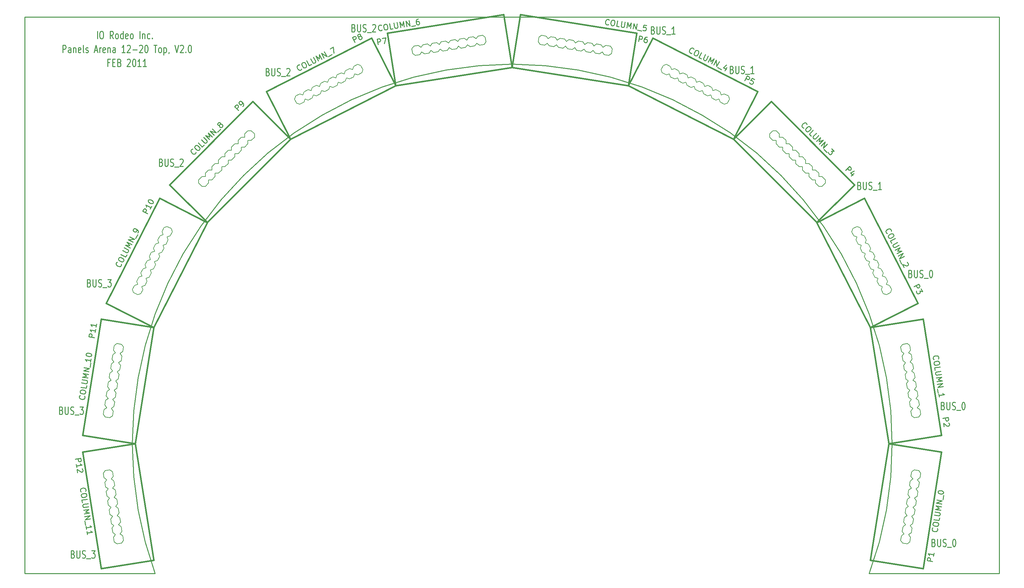
<source format=gto>
G04 (created by PCBNEW-RS274X (2010-03-14)-final) date Tue 08 Feb 2011 05:29:44 PM PST*
G01*
G70*
G90*
%MOIN*%
G04 Gerber Fmt 3.4, Leading zero omitted, Abs format*
%FSLAX34Y34*%
G04 APERTURE LIST*
%ADD10C,0.006000*%
%ADD11C,0.010000*%
%ADD12C,0.009000*%
%ADD13C,0.015000*%
%ADD14C,0.008000*%
G04 APERTURE END LIST*
G54D10*
G54D11*
X14644Y-12905D02*
X14444Y-12905D01*
X14444Y-13324D02*
X14444Y-12524D01*
X14730Y-12524D01*
X14958Y-12905D02*
X15158Y-12905D01*
X15244Y-13324D02*
X14958Y-13324D01*
X14958Y-12524D01*
X15244Y-12524D01*
X15701Y-12905D02*
X15787Y-12943D01*
X15815Y-12981D01*
X15844Y-13057D01*
X15844Y-13171D01*
X15815Y-13248D01*
X15787Y-13286D01*
X15729Y-13324D01*
X15501Y-13324D01*
X15501Y-12524D01*
X15701Y-12524D01*
X15758Y-12562D01*
X15787Y-12600D01*
X15815Y-12676D01*
X15815Y-12752D01*
X15787Y-12829D01*
X15758Y-12867D01*
X15701Y-12905D01*
X15501Y-12905D01*
X16529Y-12600D02*
X16558Y-12562D01*
X16615Y-12524D01*
X16758Y-12524D01*
X16815Y-12562D01*
X16844Y-12600D01*
X16872Y-12676D01*
X16872Y-12752D01*
X16844Y-12867D01*
X16501Y-13324D01*
X16872Y-13324D01*
X17243Y-12524D02*
X17300Y-12524D01*
X17357Y-12562D01*
X17386Y-12600D01*
X17415Y-12676D01*
X17443Y-12829D01*
X17443Y-13019D01*
X17415Y-13171D01*
X17386Y-13248D01*
X17357Y-13286D01*
X17300Y-13324D01*
X17243Y-13324D01*
X17186Y-13286D01*
X17157Y-13248D01*
X17129Y-13171D01*
X17100Y-13019D01*
X17100Y-12829D01*
X17129Y-12676D01*
X17157Y-12600D01*
X17186Y-12562D01*
X17243Y-12524D01*
X18014Y-13324D02*
X17671Y-13324D01*
X17843Y-13324D02*
X17843Y-12524D01*
X17786Y-12638D01*
X17728Y-12714D01*
X17671Y-12752D01*
X18585Y-13324D02*
X18242Y-13324D01*
X18414Y-13324D02*
X18414Y-12524D01*
X18357Y-12638D01*
X18299Y-12714D01*
X18242Y-12752D01*
X10679Y-65905D02*
X10765Y-65943D01*
X10793Y-65981D01*
X10822Y-66057D01*
X10822Y-66171D01*
X10793Y-66248D01*
X10765Y-66286D01*
X10707Y-66324D01*
X10479Y-66324D01*
X10479Y-65524D01*
X10679Y-65524D01*
X10736Y-65562D01*
X10765Y-65600D01*
X10793Y-65676D01*
X10793Y-65752D01*
X10765Y-65829D01*
X10736Y-65867D01*
X10679Y-65905D01*
X10479Y-65905D01*
X11079Y-65524D02*
X11079Y-66171D01*
X11107Y-66248D01*
X11136Y-66286D01*
X11193Y-66324D01*
X11307Y-66324D01*
X11365Y-66286D01*
X11393Y-66248D01*
X11422Y-66171D01*
X11422Y-65524D01*
X11679Y-66286D02*
X11765Y-66324D01*
X11908Y-66324D01*
X11965Y-66286D01*
X11994Y-66248D01*
X12022Y-66171D01*
X12022Y-66095D01*
X11994Y-66019D01*
X11965Y-65981D01*
X11908Y-65943D01*
X11794Y-65905D01*
X11736Y-65867D01*
X11708Y-65829D01*
X11679Y-65752D01*
X11679Y-65676D01*
X11708Y-65600D01*
X11736Y-65562D01*
X11794Y-65524D01*
X11936Y-65524D01*
X12022Y-65562D01*
X12136Y-66400D02*
X12593Y-66400D01*
X12679Y-65524D02*
X13050Y-65524D01*
X12850Y-65829D01*
X12936Y-65829D01*
X12993Y-65867D01*
X13022Y-65905D01*
X13050Y-65981D01*
X13050Y-66171D01*
X13022Y-66248D01*
X12993Y-66286D01*
X12936Y-66324D01*
X12764Y-66324D01*
X12707Y-66286D01*
X12679Y-66248D01*
X12429Y-36655D02*
X12515Y-36693D01*
X12543Y-36731D01*
X12572Y-36807D01*
X12572Y-36921D01*
X12543Y-36998D01*
X12515Y-37036D01*
X12457Y-37074D01*
X12229Y-37074D01*
X12229Y-36274D01*
X12429Y-36274D01*
X12486Y-36312D01*
X12515Y-36350D01*
X12543Y-36426D01*
X12543Y-36502D01*
X12515Y-36579D01*
X12486Y-36617D01*
X12429Y-36655D01*
X12229Y-36655D01*
X12829Y-36274D02*
X12829Y-36921D01*
X12857Y-36998D01*
X12886Y-37036D01*
X12943Y-37074D01*
X13057Y-37074D01*
X13115Y-37036D01*
X13143Y-36998D01*
X13172Y-36921D01*
X13172Y-36274D01*
X13429Y-37036D02*
X13515Y-37074D01*
X13658Y-37074D01*
X13715Y-37036D01*
X13744Y-36998D01*
X13772Y-36921D01*
X13772Y-36845D01*
X13744Y-36769D01*
X13715Y-36731D01*
X13658Y-36693D01*
X13544Y-36655D01*
X13486Y-36617D01*
X13458Y-36579D01*
X13429Y-36502D01*
X13429Y-36426D01*
X13458Y-36350D01*
X13486Y-36312D01*
X13544Y-36274D01*
X13686Y-36274D01*
X13772Y-36312D01*
X13886Y-37150D02*
X14343Y-37150D01*
X14429Y-36274D02*
X14800Y-36274D01*
X14600Y-36579D01*
X14686Y-36579D01*
X14743Y-36617D01*
X14772Y-36655D01*
X14800Y-36731D01*
X14800Y-36921D01*
X14772Y-36998D01*
X14743Y-37036D01*
X14686Y-37074D01*
X14514Y-37074D01*
X14457Y-37036D01*
X14429Y-36998D01*
X20179Y-23655D02*
X20265Y-23693D01*
X20293Y-23731D01*
X20322Y-23807D01*
X20322Y-23921D01*
X20293Y-23998D01*
X20265Y-24036D01*
X20207Y-24074D01*
X19979Y-24074D01*
X19979Y-23274D01*
X20179Y-23274D01*
X20236Y-23312D01*
X20265Y-23350D01*
X20293Y-23426D01*
X20293Y-23502D01*
X20265Y-23579D01*
X20236Y-23617D01*
X20179Y-23655D01*
X19979Y-23655D01*
X20579Y-23274D02*
X20579Y-23921D01*
X20607Y-23998D01*
X20636Y-24036D01*
X20693Y-24074D01*
X20807Y-24074D01*
X20865Y-24036D01*
X20893Y-23998D01*
X20922Y-23921D01*
X20922Y-23274D01*
X21179Y-24036D02*
X21265Y-24074D01*
X21408Y-24074D01*
X21465Y-24036D01*
X21494Y-23998D01*
X21522Y-23921D01*
X21522Y-23845D01*
X21494Y-23769D01*
X21465Y-23731D01*
X21408Y-23693D01*
X21294Y-23655D01*
X21236Y-23617D01*
X21208Y-23579D01*
X21179Y-23502D01*
X21179Y-23426D01*
X21208Y-23350D01*
X21236Y-23312D01*
X21294Y-23274D01*
X21436Y-23274D01*
X21522Y-23312D01*
X21636Y-24150D02*
X22093Y-24150D01*
X22207Y-23350D02*
X22236Y-23312D01*
X22293Y-23274D01*
X22436Y-23274D01*
X22493Y-23312D01*
X22522Y-23350D01*
X22550Y-23426D01*
X22550Y-23502D01*
X22522Y-23617D01*
X22179Y-24074D01*
X22550Y-24074D01*
X40929Y-09155D02*
X41015Y-09193D01*
X41043Y-09231D01*
X41072Y-09307D01*
X41072Y-09421D01*
X41043Y-09498D01*
X41015Y-09536D01*
X40957Y-09574D01*
X40729Y-09574D01*
X40729Y-08774D01*
X40929Y-08774D01*
X40986Y-08812D01*
X41015Y-08850D01*
X41043Y-08926D01*
X41043Y-09002D01*
X41015Y-09079D01*
X40986Y-09117D01*
X40929Y-09155D01*
X40729Y-09155D01*
X41329Y-08774D02*
X41329Y-09421D01*
X41357Y-09498D01*
X41386Y-09536D01*
X41443Y-09574D01*
X41557Y-09574D01*
X41615Y-09536D01*
X41643Y-09498D01*
X41672Y-09421D01*
X41672Y-08774D01*
X41929Y-09536D02*
X42015Y-09574D01*
X42158Y-09574D01*
X42215Y-09536D01*
X42244Y-09498D01*
X42272Y-09421D01*
X42272Y-09345D01*
X42244Y-09269D01*
X42215Y-09231D01*
X42158Y-09193D01*
X42044Y-09155D01*
X41986Y-09117D01*
X41958Y-09079D01*
X41929Y-09002D01*
X41929Y-08926D01*
X41958Y-08850D01*
X41986Y-08812D01*
X42044Y-08774D01*
X42186Y-08774D01*
X42272Y-08812D01*
X42386Y-09650D02*
X42843Y-09650D01*
X42957Y-08850D02*
X42986Y-08812D01*
X43043Y-08774D01*
X43186Y-08774D01*
X43243Y-08812D01*
X43272Y-08850D01*
X43300Y-08926D01*
X43300Y-09002D01*
X43272Y-09117D01*
X42929Y-09574D01*
X43300Y-09574D01*
X73179Y-09405D02*
X73265Y-09443D01*
X73293Y-09481D01*
X73322Y-09557D01*
X73322Y-09671D01*
X73293Y-09748D01*
X73265Y-09786D01*
X73207Y-09824D01*
X72979Y-09824D01*
X72979Y-09024D01*
X73179Y-09024D01*
X73236Y-09062D01*
X73265Y-09100D01*
X73293Y-09176D01*
X73293Y-09252D01*
X73265Y-09329D01*
X73236Y-09367D01*
X73179Y-09405D01*
X72979Y-09405D01*
X73579Y-09024D02*
X73579Y-09671D01*
X73607Y-09748D01*
X73636Y-09786D01*
X73693Y-09824D01*
X73807Y-09824D01*
X73865Y-09786D01*
X73893Y-09748D01*
X73922Y-09671D01*
X73922Y-09024D01*
X74179Y-09786D02*
X74265Y-09824D01*
X74408Y-09824D01*
X74465Y-09786D01*
X74494Y-09748D01*
X74522Y-09671D01*
X74522Y-09595D01*
X74494Y-09519D01*
X74465Y-09481D01*
X74408Y-09443D01*
X74294Y-09405D01*
X74236Y-09367D01*
X74208Y-09329D01*
X74179Y-09252D01*
X74179Y-09176D01*
X74208Y-09100D01*
X74236Y-09062D01*
X74294Y-09024D01*
X74436Y-09024D01*
X74522Y-09062D01*
X74636Y-09900D02*
X75093Y-09900D01*
X75550Y-09824D02*
X75207Y-09824D01*
X75379Y-09824D02*
X75379Y-09024D01*
X75322Y-09138D01*
X75264Y-09214D01*
X75207Y-09252D01*
X95429Y-26155D02*
X95515Y-26193D01*
X95543Y-26231D01*
X95572Y-26307D01*
X95572Y-26421D01*
X95543Y-26498D01*
X95515Y-26536D01*
X95457Y-26574D01*
X95229Y-26574D01*
X95229Y-25774D01*
X95429Y-25774D01*
X95486Y-25812D01*
X95515Y-25850D01*
X95543Y-25926D01*
X95543Y-26002D01*
X95515Y-26079D01*
X95486Y-26117D01*
X95429Y-26155D01*
X95229Y-26155D01*
X95829Y-25774D02*
X95829Y-26421D01*
X95857Y-26498D01*
X95886Y-26536D01*
X95943Y-26574D01*
X96057Y-26574D01*
X96115Y-26536D01*
X96143Y-26498D01*
X96172Y-26421D01*
X96172Y-25774D01*
X96429Y-26536D02*
X96515Y-26574D01*
X96658Y-26574D01*
X96715Y-26536D01*
X96744Y-26498D01*
X96772Y-26421D01*
X96772Y-26345D01*
X96744Y-26269D01*
X96715Y-26231D01*
X96658Y-26193D01*
X96544Y-26155D01*
X96486Y-26117D01*
X96458Y-26079D01*
X96429Y-26002D01*
X96429Y-25926D01*
X96458Y-25850D01*
X96486Y-25812D01*
X96544Y-25774D01*
X96686Y-25774D01*
X96772Y-25812D01*
X96886Y-26650D02*
X97343Y-26650D01*
X97800Y-26574D02*
X97457Y-26574D01*
X97629Y-26574D02*
X97629Y-25774D01*
X97572Y-25888D01*
X97514Y-25964D01*
X97457Y-26002D01*
X100929Y-35655D02*
X101015Y-35693D01*
X101043Y-35731D01*
X101072Y-35807D01*
X101072Y-35921D01*
X101043Y-35998D01*
X101015Y-36036D01*
X100957Y-36074D01*
X100729Y-36074D01*
X100729Y-35274D01*
X100929Y-35274D01*
X100986Y-35312D01*
X101015Y-35350D01*
X101043Y-35426D01*
X101043Y-35502D01*
X101015Y-35579D01*
X100986Y-35617D01*
X100929Y-35655D01*
X100729Y-35655D01*
X101329Y-35274D02*
X101329Y-35921D01*
X101357Y-35998D01*
X101386Y-36036D01*
X101443Y-36074D01*
X101557Y-36074D01*
X101615Y-36036D01*
X101643Y-35998D01*
X101672Y-35921D01*
X101672Y-35274D01*
X101929Y-36036D02*
X102015Y-36074D01*
X102158Y-36074D01*
X102215Y-36036D01*
X102244Y-35998D01*
X102272Y-35921D01*
X102272Y-35845D01*
X102244Y-35769D01*
X102215Y-35731D01*
X102158Y-35693D01*
X102044Y-35655D01*
X101986Y-35617D01*
X101958Y-35579D01*
X101929Y-35502D01*
X101929Y-35426D01*
X101958Y-35350D01*
X101986Y-35312D01*
X102044Y-35274D01*
X102186Y-35274D01*
X102272Y-35312D01*
X102386Y-36150D02*
X102843Y-36150D01*
X103100Y-35274D02*
X103157Y-35274D01*
X103214Y-35312D01*
X103243Y-35350D01*
X103272Y-35426D01*
X103300Y-35579D01*
X103300Y-35769D01*
X103272Y-35921D01*
X103243Y-35998D01*
X103214Y-36036D01*
X103157Y-36074D01*
X103100Y-36074D01*
X103043Y-36036D01*
X103014Y-35998D01*
X102986Y-35921D01*
X102957Y-35769D01*
X102957Y-35579D01*
X102986Y-35426D01*
X103014Y-35350D01*
X103043Y-35312D01*
X103100Y-35274D01*
X103429Y-64655D02*
X103515Y-64693D01*
X103543Y-64731D01*
X103572Y-64807D01*
X103572Y-64921D01*
X103543Y-64998D01*
X103515Y-65036D01*
X103457Y-65074D01*
X103229Y-65074D01*
X103229Y-64274D01*
X103429Y-64274D01*
X103486Y-64312D01*
X103515Y-64350D01*
X103543Y-64426D01*
X103543Y-64502D01*
X103515Y-64579D01*
X103486Y-64617D01*
X103429Y-64655D01*
X103229Y-64655D01*
X103829Y-64274D02*
X103829Y-64921D01*
X103857Y-64998D01*
X103886Y-65036D01*
X103943Y-65074D01*
X104057Y-65074D01*
X104115Y-65036D01*
X104143Y-64998D01*
X104172Y-64921D01*
X104172Y-64274D01*
X104429Y-65036D02*
X104515Y-65074D01*
X104658Y-65074D01*
X104715Y-65036D01*
X104744Y-64998D01*
X104772Y-64921D01*
X104772Y-64845D01*
X104744Y-64769D01*
X104715Y-64731D01*
X104658Y-64693D01*
X104544Y-64655D01*
X104486Y-64617D01*
X104458Y-64579D01*
X104429Y-64502D01*
X104429Y-64426D01*
X104458Y-64350D01*
X104486Y-64312D01*
X104544Y-64274D01*
X104686Y-64274D01*
X104772Y-64312D01*
X104886Y-65150D02*
X105343Y-65150D01*
X105600Y-64274D02*
X105657Y-64274D01*
X105714Y-64312D01*
X105743Y-64350D01*
X105772Y-64426D01*
X105800Y-64579D01*
X105800Y-64769D01*
X105772Y-64921D01*
X105743Y-64998D01*
X105714Y-65036D01*
X105657Y-65074D01*
X105600Y-65074D01*
X105543Y-65036D01*
X105514Y-64998D01*
X105486Y-64921D01*
X105457Y-64769D01*
X105457Y-64579D01*
X105486Y-64426D01*
X105514Y-64350D01*
X105543Y-64312D01*
X105600Y-64274D01*
G54D12*
X110500Y-68000D02*
X96474Y-68000D01*
X05500Y-68000D02*
X19526Y-68000D01*
X96472Y-68002D02*
X97546Y-64596D01*
X98319Y-61109D01*
X98786Y-57568D01*
X98942Y-54000D01*
X98786Y-50432D01*
X98319Y-46891D01*
X97546Y-43404D01*
X96472Y-39998D01*
X95106Y-36698D01*
X93456Y-33529D01*
X91537Y-30517D01*
X89363Y-27683D01*
X86950Y-25050D01*
X84317Y-22637D01*
X81483Y-20463D01*
X78471Y-18544D01*
X75302Y-16894D01*
X72002Y-15528D01*
X68596Y-14454D01*
X65109Y-13681D01*
X61568Y-13214D01*
X58000Y-13058D01*
X54432Y-13214D01*
X50891Y-13681D01*
X47404Y-14454D01*
X43998Y-15528D01*
X40698Y-16894D01*
X37529Y-18544D01*
X34517Y-20463D01*
X31683Y-22637D01*
X29050Y-25050D01*
X26637Y-27683D01*
X24463Y-30517D01*
X22544Y-33529D01*
X20894Y-36698D01*
X19528Y-39998D01*
X18454Y-43404D01*
X17681Y-46891D01*
X17214Y-50432D01*
X17058Y-54000D01*
X17214Y-57568D01*
X17681Y-61109D01*
X18454Y-64596D01*
X19528Y-68002D01*
X110500Y-08000D02*
X110500Y-68000D01*
X05500Y-08000D02*
X110500Y-08000D01*
X05500Y-68000D02*
X05500Y-08000D01*
G54D11*
X13314Y-10324D02*
X13314Y-09524D01*
X13714Y-09524D02*
X13828Y-09524D01*
X13886Y-09562D01*
X13943Y-09638D01*
X13971Y-09790D01*
X13971Y-10057D01*
X13943Y-10210D01*
X13886Y-10286D01*
X13828Y-10324D01*
X13714Y-10324D01*
X13657Y-10286D01*
X13600Y-10210D01*
X13571Y-10057D01*
X13571Y-09790D01*
X13600Y-09638D01*
X13657Y-09562D01*
X13714Y-09524D01*
X15029Y-10324D02*
X14829Y-09943D01*
X14686Y-10324D02*
X14686Y-09524D01*
X14914Y-09524D01*
X14972Y-09562D01*
X15000Y-09600D01*
X15029Y-09676D01*
X15029Y-09790D01*
X15000Y-09867D01*
X14972Y-09905D01*
X14914Y-09943D01*
X14686Y-09943D01*
X15372Y-10324D02*
X15314Y-10286D01*
X15286Y-10248D01*
X15257Y-10171D01*
X15257Y-09943D01*
X15286Y-09867D01*
X15314Y-09829D01*
X15372Y-09790D01*
X15457Y-09790D01*
X15514Y-09829D01*
X15543Y-09867D01*
X15572Y-09943D01*
X15572Y-10171D01*
X15543Y-10248D01*
X15514Y-10286D01*
X15457Y-10324D01*
X15372Y-10324D01*
X16086Y-10324D02*
X16086Y-09524D01*
X16086Y-10286D02*
X16029Y-10324D01*
X15915Y-10324D01*
X15857Y-10286D01*
X15829Y-10248D01*
X15800Y-10171D01*
X15800Y-09943D01*
X15829Y-09867D01*
X15857Y-09829D01*
X15915Y-09790D01*
X16029Y-09790D01*
X16086Y-09829D01*
X16600Y-10286D02*
X16543Y-10324D01*
X16429Y-10324D01*
X16372Y-10286D01*
X16343Y-10210D01*
X16343Y-09905D01*
X16372Y-09829D01*
X16429Y-09790D01*
X16543Y-09790D01*
X16600Y-09829D01*
X16629Y-09905D01*
X16629Y-09981D01*
X16343Y-10057D01*
X16972Y-10324D02*
X16914Y-10286D01*
X16886Y-10248D01*
X16857Y-10171D01*
X16857Y-09943D01*
X16886Y-09867D01*
X16914Y-09829D01*
X16972Y-09790D01*
X17057Y-09790D01*
X17114Y-09829D01*
X17143Y-09867D01*
X17172Y-09943D01*
X17172Y-10171D01*
X17143Y-10248D01*
X17114Y-10286D01*
X17057Y-10324D01*
X16972Y-10324D01*
X17886Y-10324D02*
X17886Y-09524D01*
X18172Y-09790D02*
X18172Y-10324D01*
X18172Y-09867D02*
X18200Y-09829D01*
X18258Y-09790D01*
X18343Y-09790D01*
X18400Y-09829D01*
X18429Y-09905D01*
X18429Y-10324D01*
X18972Y-10286D02*
X18915Y-10324D01*
X18801Y-10324D01*
X18743Y-10286D01*
X18715Y-10248D01*
X18686Y-10171D01*
X18686Y-09943D01*
X18715Y-09867D01*
X18743Y-09829D01*
X18801Y-09790D01*
X18915Y-09790D01*
X18972Y-09829D01*
X19229Y-10248D02*
X19257Y-10286D01*
X19229Y-10324D01*
X19200Y-10286D01*
X19229Y-10248D01*
X19229Y-10324D01*
X09588Y-11824D02*
X09588Y-11024D01*
X09816Y-11024D01*
X09874Y-11062D01*
X09902Y-11100D01*
X09931Y-11176D01*
X09931Y-11290D01*
X09902Y-11367D01*
X09874Y-11405D01*
X09816Y-11443D01*
X09588Y-11443D01*
X10445Y-11824D02*
X10445Y-11405D01*
X10416Y-11329D01*
X10359Y-11290D01*
X10245Y-11290D01*
X10188Y-11329D01*
X10445Y-11786D02*
X10388Y-11824D01*
X10245Y-11824D01*
X10188Y-11786D01*
X10159Y-11710D01*
X10159Y-11633D01*
X10188Y-11557D01*
X10245Y-11519D01*
X10388Y-11519D01*
X10445Y-11481D01*
X10731Y-11290D02*
X10731Y-11824D01*
X10731Y-11367D02*
X10759Y-11329D01*
X10817Y-11290D01*
X10902Y-11290D01*
X10959Y-11329D01*
X10988Y-11405D01*
X10988Y-11824D01*
X11502Y-11786D02*
X11445Y-11824D01*
X11331Y-11824D01*
X11274Y-11786D01*
X11245Y-11710D01*
X11245Y-11405D01*
X11274Y-11329D01*
X11331Y-11290D01*
X11445Y-11290D01*
X11502Y-11329D01*
X11531Y-11405D01*
X11531Y-11481D01*
X11245Y-11557D01*
X11874Y-11824D02*
X11816Y-11786D01*
X11788Y-11710D01*
X11788Y-11024D01*
X12073Y-11786D02*
X12130Y-11824D01*
X12245Y-11824D01*
X12302Y-11786D01*
X12330Y-11710D01*
X12330Y-11671D01*
X12302Y-11595D01*
X12245Y-11557D01*
X12159Y-11557D01*
X12102Y-11519D01*
X12073Y-11443D01*
X12073Y-11405D01*
X12102Y-11329D01*
X12159Y-11290D01*
X12245Y-11290D01*
X12302Y-11329D01*
X13016Y-11595D02*
X13302Y-11595D01*
X12959Y-11824D02*
X13159Y-11024D01*
X13359Y-11824D01*
X13559Y-11824D02*
X13559Y-11290D01*
X13559Y-11443D02*
X13587Y-11367D01*
X13616Y-11329D01*
X13673Y-11290D01*
X13730Y-11290D01*
X14158Y-11786D02*
X14101Y-11824D01*
X13987Y-11824D01*
X13930Y-11786D01*
X13901Y-11710D01*
X13901Y-11405D01*
X13930Y-11329D01*
X13987Y-11290D01*
X14101Y-11290D01*
X14158Y-11329D01*
X14187Y-11405D01*
X14187Y-11481D01*
X13901Y-11557D01*
X14444Y-11290D02*
X14444Y-11824D01*
X14444Y-11367D02*
X14472Y-11329D01*
X14530Y-11290D01*
X14615Y-11290D01*
X14672Y-11329D01*
X14701Y-11405D01*
X14701Y-11824D01*
X15244Y-11824D02*
X15244Y-11405D01*
X15215Y-11329D01*
X15158Y-11290D01*
X15044Y-11290D01*
X14987Y-11329D01*
X15244Y-11786D02*
X15187Y-11824D01*
X15044Y-11824D01*
X14987Y-11786D01*
X14958Y-11710D01*
X14958Y-11633D01*
X14987Y-11557D01*
X15044Y-11519D01*
X15187Y-11519D01*
X15244Y-11481D01*
X16301Y-11824D02*
X15958Y-11824D01*
X16130Y-11824D02*
X16130Y-11024D01*
X16073Y-11138D01*
X16015Y-11214D01*
X15958Y-11252D01*
X16529Y-11100D02*
X16558Y-11062D01*
X16615Y-11024D01*
X16758Y-11024D01*
X16815Y-11062D01*
X16844Y-11100D01*
X16872Y-11176D01*
X16872Y-11252D01*
X16844Y-11367D01*
X16501Y-11824D01*
X16872Y-11824D01*
X17129Y-11519D02*
X17586Y-11519D01*
X17843Y-11100D02*
X17872Y-11062D01*
X17929Y-11024D01*
X18072Y-11024D01*
X18129Y-11062D01*
X18158Y-11100D01*
X18186Y-11176D01*
X18186Y-11252D01*
X18158Y-11367D01*
X17815Y-11824D01*
X18186Y-11824D01*
X18557Y-11024D02*
X18614Y-11024D01*
X18671Y-11062D01*
X18700Y-11100D01*
X18729Y-11176D01*
X18757Y-11329D01*
X18757Y-11519D01*
X18729Y-11671D01*
X18700Y-11748D01*
X18671Y-11786D01*
X18614Y-11824D01*
X18557Y-11824D01*
X18500Y-11786D01*
X18471Y-11748D01*
X18443Y-11671D01*
X18414Y-11519D01*
X18414Y-11329D01*
X18443Y-11176D01*
X18471Y-11100D01*
X18500Y-11062D01*
X18557Y-11024D01*
X19385Y-11024D02*
X19728Y-11024D01*
X19557Y-11824D02*
X19557Y-11024D01*
X20014Y-11824D02*
X19956Y-11786D01*
X19928Y-11748D01*
X19899Y-11671D01*
X19899Y-11443D01*
X19928Y-11367D01*
X19956Y-11329D01*
X20014Y-11290D01*
X20099Y-11290D01*
X20156Y-11329D01*
X20185Y-11367D01*
X20214Y-11443D01*
X20214Y-11671D01*
X20185Y-11748D01*
X20156Y-11786D01*
X20099Y-11824D01*
X20014Y-11824D01*
X20471Y-11290D02*
X20471Y-12090D01*
X20471Y-11329D02*
X20528Y-11290D01*
X20642Y-11290D01*
X20699Y-11329D01*
X20728Y-11367D01*
X20757Y-11443D01*
X20757Y-11671D01*
X20728Y-11748D01*
X20699Y-11786D01*
X20642Y-11824D01*
X20528Y-11824D01*
X20471Y-11786D01*
X21042Y-11786D02*
X21042Y-11824D01*
X21014Y-11900D01*
X20985Y-11938D01*
X21671Y-11024D02*
X21871Y-11824D01*
X22071Y-11024D01*
X22242Y-11100D02*
X22271Y-11062D01*
X22328Y-11024D01*
X22471Y-11024D01*
X22528Y-11062D01*
X22557Y-11100D01*
X22585Y-11176D01*
X22585Y-11252D01*
X22557Y-11367D01*
X22214Y-11824D01*
X22585Y-11824D01*
X22842Y-11748D02*
X22870Y-11786D01*
X22842Y-11824D01*
X22813Y-11786D01*
X22842Y-11748D01*
X22842Y-11824D01*
X23242Y-11024D02*
X23299Y-11024D01*
X23356Y-11062D01*
X23385Y-11100D01*
X23414Y-11176D01*
X23442Y-11329D01*
X23442Y-11519D01*
X23414Y-11671D01*
X23385Y-11748D01*
X23356Y-11786D01*
X23299Y-11824D01*
X23242Y-11824D01*
X23185Y-11786D01*
X23156Y-11748D01*
X23128Y-11671D01*
X23099Y-11519D01*
X23099Y-11329D01*
X23128Y-11176D01*
X23156Y-11100D01*
X23185Y-11062D01*
X23242Y-11024D01*
X104429Y-49905D02*
X104515Y-49943D01*
X104543Y-49981D01*
X104572Y-50057D01*
X104572Y-50171D01*
X104543Y-50248D01*
X104515Y-50286D01*
X104457Y-50324D01*
X104229Y-50324D01*
X104229Y-49524D01*
X104429Y-49524D01*
X104486Y-49562D01*
X104515Y-49600D01*
X104543Y-49676D01*
X104543Y-49752D01*
X104515Y-49829D01*
X104486Y-49867D01*
X104429Y-49905D01*
X104229Y-49905D01*
X104829Y-49524D02*
X104829Y-50171D01*
X104857Y-50248D01*
X104886Y-50286D01*
X104943Y-50324D01*
X105057Y-50324D01*
X105115Y-50286D01*
X105143Y-50248D01*
X105172Y-50171D01*
X105172Y-49524D01*
X105429Y-50286D02*
X105515Y-50324D01*
X105658Y-50324D01*
X105715Y-50286D01*
X105744Y-50248D01*
X105772Y-50171D01*
X105772Y-50095D01*
X105744Y-50019D01*
X105715Y-49981D01*
X105658Y-49943D01*
X105544Y-49905D01*
X105486Y-49867D01*
X105458Y-49829D01*
X105429Y-49752D01*
X105429Y-49676D01*
X105458Y-49600D01*
X105486Y-49562D01*
X105544Y-49524D01*
X105686Y-49524D01*
X105772Y-49562D01*
X105886Y-50400D02*
X106343Y-50400D01*
X106600Y-49524D02*
X106657Y-49524D01*
X106714Y-49562D01*
X106743Y-49600D01*
X106772Y-49676D01*
X106800Y-49829D01*
X106800Y-50019D01*
X106772Y-50171D01*
X106743Y-50248D01*
X106714Y-50286D01*
X106657Y-50324D01*
X106600Y-50324D01*
X106543Y-50286D01*
X106514Y-50248D01*
X106486Y-50171D01*
X106457Y-50019D01*
X106457Y-49829D01*
X106486Y-49676D01*
X106514Y-49600D01*
X106543Y-49562D01*
X106600Y-49524D01*
X81679Y-13655D02*
X81765Y-13693D01*
X81793Y-13731D01*
X81822Y-13807D01*
X81822Y-13921D01*
X81793Y-13998D01*
X81765Y-14036D01*
X81707Y-14074D01*
X81479Y-14074D01*
X81479Y-13274D01*
X81679Y-13274D01*
X81736Y-13312D01*
X81765Y-13350D01*
X81793Y-13426D01*
X81793Y-13502D01*
X81765Y-13579D01*
X81736Y-13617D01*
X81679Y-13655D01*
X81479Y-13655D01*
X82079Y-13274D02*
X82079Y-13921D01*
X82107Y-13998D01*
X82136Y-14036D01*
X82193Y-14074D01*
X82307Y-14074D01*
X82365Y-14036D01*
X82393Y-13998D01*
X82422Y-13921D01*
X82422Y-13274D01*
X82679Y-14036D02*
X82765Y-14074D01*
X82908Y-14074D01*
X82965Y-14036D01*
X82994Y-13998D01*
X83022Y-13921D01*
X83022Y-13845D01*
X82994Y-13769D01*
X82965Y-13731D01*
X82908Y-13693D01*
X82794Y-13655D01*
X82736Y-13617D01*
X82708Y-13579D01*
X82679Y-13502D01*
X82679Y-13426D01*
X82708Y-13350D01*
X82736Y-13312D01*
X82794Y-13274D01*
X82936Y-13274D01*
X83022Y-13312D01*
X83136Y-14150D02*
X83593Y-14150D01*
X84050Y-14074D02*
X83707Y-14074D01*
X83879Y-14074D02*
X83879Y-13274D01*
X83822Y-13388D01*
X83764Y-13464D01*
X83707Y-13502D01*
X31679Y-13905D02*
X31765Y-13943D01*
X31793Y-13981D01*
X31822Y-14057D01*
X31822Y-14171D01*
X31793Y-14248D01*
X31765Y-14286D01*
X31707Y-14324D01*
X31479Y-14324D01*
X31479Y-13524D01*
X31679Y-13524D01*
X31736Y-13562D01*
X31765Y-13600D01*
X31793Y-13676D01*
X31793Y-13752D01*
X31765Y-13829D01*
X31736Y-13867D01*
X31679Y-13905D01*
X31479Y-13905D01*
X32079Y-13524D02*
X32079Y-14171D01*
X32107Y-14248D01*
X32136Y-14286D01*
X32193Y-14324D01*
X32307Y-14324D01*
X32365Y-14286D01*
X32393Y-14248D01*
X32422Y-14171D01*
X32422Y-13524D01*
X32679Y-14286D02*
X32765Y-14324D01*
X32908Y-14324D01*
X32965Y-14286D01*
X32994Y-14248D01*
X33022Y-14171D01*
X33022Y-14095D01*
X32994Y-14019D01*
X32965Y-13981D01*
X32908Y-13943D01*
X32794Y-13905D01*
X32736Y-13867D01*
X32708Y-13829D01*
X32679Y-13752D01*
X32679Y-13676D01*
X32708Y-13600D01*
X32736Y-13562D01*
X32794Y-13524D01*
X32936Y-13524D01*
X33022Y-13562D01*
X33136Y-14400D02*
X33593Y-14400D01*
X33707Y-13600D02*
X33736Y-13562D01*
X33793Y-13524D01*
X33936Y-13524D01*
X33993Y-13562D01*
X34022Y-13600D01*
X34050Y-13676D01*
X34050Y-13752D01*
X34022Y-13867D01*
X33679Y-14324D01*
X34050Y-14324D01*
X09429Y-50405D02*
X09515Y-50443D01*
X09543Y-50481D01*
X09572Y-50557D01*
X09572Y-50671D01*
X09543Y-50748D01*
X09515Y-50786D01*
X09457Y-50824D01*
X09229Y-50824D01*
X09229Y-50024D01*
X09429Y-50024D01*
X09486Y-50062D01*
X09515Y-50100D01*
X09543Y-50176D01*
X09543Y-50252D01*
X09515Y-50329D01*
X09486Y-50367D01*
X09429Y-50405D01*
X09229Y-50405D01*
X09829Y-50024D02*
X09829Y-50671D01*
X09857Y-50748D01*
X09886Y-50786D01*
X09943Y-50824D01*
X10057Y-50824D01*
X10115Y-50786D01*
X10143Y-50748D01*
X10172Y-50671D01*
X10172Y-50024D01*
X10429Y-50786D02*
X10515Y-50824D01*
X10658Y-50824D01*
X10715Y-50786D01*
X10744Y-50748D01*
X10772Y-50671D01*
X10772Y-50595D01*
X10744Y-50519D01*
X10715Y-50481D01*
X10658Y-50443D01*
X10544Y-50405D01*
X10486Y-50367D01*
X10458Y-50329D01*
X10429Y-50252D01*
X10429Y-50176D01*
X10458Y-50100D01*
X10486Y-50062D01*
X10544Y-50024D01*
X10686Y-50024D01*
X10772Y-50062D01*
X10886Y-50900D02*
X11343Y-50900D01*
X11429Y-50024D02*
X11800Y-50024D01*
X11600Y-50329D01*
X11686Y-50329D01*
X11743Y-50367D01*
X11772Y-50405D01*
X11800Y-50481D01*
X11800Y-50671D01*
X11772Y-50748D01*
X11743Y-50786D01*
X11686Y-50824D01*
X11514Y-50824D01*
X11457Y-50786D01*
X11429Y-50748D01*
G54D13*
X19394Y-66544D02*
X17408Y-54000D01*
X17408Y-54000D02*
X11729Y-54900D01*
X11729Y-54900D02*
X13715Y-67443D01*
X13715Y-67443D02*
X19394Y-66544D01*
G54D14*
X14197Y-58660D02*
X14119Y-58166D01*
X14119Y-58166D02*
X14327Y-57880D01*
X14821Y-57802D02*
X15107Y-58010D01*
X14640Y-59855D02*
X14354Y-59648D01*
X14354Y-59648D02*
X14275Y-59154D01*
X14275Y-59154D02*
X14483Y-58868D01*
X14977Y-58790D02*
X15263Y-58997D01*
X15263Y-58997D02*
X15341Y-59491D01*
X15341Y-59491D02*
X15133Y-59777D01*
X14197Y-58660D02*
X14483Y-58868D01*
X14977Y-58790D02*
X15185Y-58503D01*
X15107Y-58010D02*
X15185Y-58503D01*
X14666Y-61623D02*
X14588Y-61129D01*
X14588Y-61129D02*
X14796Y-60843D01*
X15290Y-60765D02*
X15576Y-60973D01*
X14796Y-60843D02*
X14510Y-60635D01*
X14510Y-60635D02*
X14432Y-60141D01*
X14432Y-60141D02*
X14640Y-59855D01*
X15133Y-59777D02*
X15420Y-59985D01*
X15420Y-59985D02*
X15498Y-60479D01*
X15498Y-60479D02*
X15290Y-60765D01*
X15109Y-62818D02*
X14823Y-62611D01*
X14823Y-62611D02*
X14745Y-62117D01*
X14745Y-62117D02*
X14953Y-61831D01*
X15446Y-61753D02*
X15732Y-61960D01*
X15732Y-61960D02*
X15811Y-62454D01*
X15811Y-62454D02*
X15603Y-62740D01*
X14666Y-61623D02*
X14953Y-61831D01*
X15446Y-61753D02*
X15654Y-61467D01*
X15576Y-60973D02*
X15654Y-61467D01*
X15136Y-64586D02*
X15058Y-64092D01*
X15058Y-64092D02*
X15265Y-63806D01*
X15759Y-63728D02*
X16045Y-63936D01*
X15265Y-63806D02*
X14979Y-63598D01*
X14979Y-63598D02*
X14901Y-63105D01*
X14901Y-63105D02*
X15109Y-62818D01*
X15603Y-62740D02*
X15889Y-62948D01*
X15889Y-62948D02*
X15967Y-63442D01*
X15967Y-63442D02*
X15759Y-63728D01*
X15422Y-64794D02*
X15916Y-64716D01*
X15136Y-64586D02*
X15422Y-64794D01*
X15916Y-64716D02*
X16123Y-64430D01*
X16045Y-63936D02*
X16123Y-64430D01*
X14041Y-57672D02*
X13963Y-57178D01*
X13963Y-57178D02*
X14170Y-56892D01*
X14170Y-56892D02*
X14664Y-56814D01*
X14664Y-56814D02*
X14950Y-57022D01*
X14041Y-57672D02*
X14327Y-57880D01*
X14821Y-57802D02*
X15028Y-57516D01*
X14950Y-57022D02*
X15028Y-57516D01*
G54D13*
X17408Y-54000D02*
X19394Y-41456D01*
X19394Y-41456D02*
X13715Y-40557D01*
X13715Y-40557D02*
X11729Y-53100D01*
X11729Y-53100D02*
X17408Y-54000D01*
G54D14*
X14901Y-44895D02*
X14979Y-44402D01*
X14979Y-44402D02*
X15265Y-44194D01*
X15759Y-44272D02*
X15967Y-44558D01*
X14953Y-46169D02*
X14745Y-45883D01*
X14745Y-45883D02*
X14823Y-45389D01*
X14823Y-45389D02*
X15109Y-45182D01*
X15603Y-45260D02*
X15811Y-45546D01*
X15811Y-45546D02*
X15732Y-46040D01*
X15732Y-46040D02*
X15446Y-46247D01*
X14901Y-44895D02*
X15109Y-45182D01*
X15603Y-45260D02*
X15889Y-45052D01*
X15967Y-44558D02*
X15889Y-45052D01*
X14432Y-47859D02*
X14510Y-47365D01*
X14510Y-47365D02*
X14796Y-47157D01*
X15290Y-47235D02*
X15498Y-47521D01*
X14796Y-47157D02*
X14588Y-46871D01*
X14588Y-46871D02*
X14666Y-46377D01*
X14666Y-46377D02*
X14953Y-46169D01*
X15446Y-46247D02*
X15654Y-46533D01*
X15654Y-46533D02*
X15576Y-47027D01*
X15576Y-47027D02*
X15290Y-47235D01*
X14483Y-49132D02*
X14275Y-48846D01*
X14275Y-48846D02*
X14354Y-48352D01*
X14354Y-48352D02*
X14640Y-48145D01*
X15133Y-48223D02*
X15341Y-48509D01*
X15341Y-48509D02*
X15263Y-49003D01*
X15263Y-49003D02*
X14977Y-49210D01*
X14432Y-47859D02*
X14640Y-48145D01*
X15133Y-48223D02*
X15420Y-48015D01*
X15498Y-47521D02*
X15420Y-48015D01*
X13963Y-50822D02*
X14041Y-50328D01*
X14041Y-50328D02*
X14327Y-50120D01*
X14821Y-50198D02*
X15028Y-50484D01*
X14327Y-50120D02*
X14119Y-49834D01*
X14119Y-49834D02*
X14197Y-49340D01*
X14197Y-49340D02*
X14483Y-49132D01*
X14977Y-49210D02*
X15185Y-49497D01*
X15185Y-49497D02*
X15107Y-49990D01*
X15107Y-49990D02*
X14821Y-50198D01*
X14170Y-51108D02*
X14664Y-51186D01*
X13963Y-50822D02*
X14170Y-51108D01*
X14664Y-51186D02*
X14950Y-50978D01*
X15028Y-50484D02*
X14950Y-50978D01*
X15058Y-43908D02*
X15136Y-43414D01*
X15136Y-43414D02*
X15422Y-43206D01*
X15422Y-43206D02*
X15916Y-43284D01*
X15916Y-43284D02*
X16123Y-43570D01*
X15058Y-43908D02*
X15265Y-44194D01*
X15759Y-44272D02*
X16045Y-44064D01*
X16123Y-43570D02*
X16045Y-44064D01*
G54D13*
X19395Y-41456D02*
X25160Y-30141D01*
X25160Y-30141D02*
X20037Y-27530D01*
X20037Y-27530D02*
X14271Y-38846D01*
X14271Y-38846D02*
X19395Y-41456D01*
G54D14*
X19824Y-32023D02*
X20051Y-31578D01*
X20051Y-31578D02*
X20387Y-31468D01*
X20833Y-31695D02*
X20942Y-32032D01*
X19479Y-33250D02*
X19370Y-32914D01*
X19370Y-32914D02*
X19597Y-32469D01*
X19597Y-32469D02*
X19933Y-32359D01*
X20379Y-32586D02*
X20488Y-32923D01*
X20488Y-32923D02*
X20261Y-33368D01*
X20261Y-33368D02*
X19925Y-33477D01*
X19824Y-32023D02*
X19933Y-32359D01*
X20379Y-32586D02*
X20715Y-32477D01*
X20942Y-32032D02*
X20715Y-32477D01*
X18462Y-34696D02*
X18689Y-34251D01*
X18689Y-34251D02*
X19025Y-34142D01*
X19471Y-34368D02*
X19580Y-34705D01*
X19025Y-34142D02*
X18916Y-33805D01*
X18916Y-33805D02*
X19143Y-33360D01*
X19143Y-33360D02*
X19479Y-33250D01*
X19925Y-33477D02*
X20034Y-33814D01*
X20034Y-33814D02*
X19807Y-34259D01*
X19807Y-34259D02*
X19471Y-34368D01*
X18117Y-35924D02*
X18008Y-35587D01*
X18008Y-35587D02*
X18235Y-35142D01*
X18235Y-35142D02*
X18571Y-35033D01*
X19017Y-35260D02*
X19126Y-35596D01*
X19126Y-35596D02*
X18899Y-36041D01*
X18899Y-36041D02*
X18563Y-36151D01*
X18462Y-34696D02*
X18571Y-35033D01*
X19017Y-35260D02*
X19353Y-35150D01*
X19580Y-34705D02*
X19353Y-35150D01*
X17100Y-37369D02*
X17327Y-36924D01*
X17327Y-36924D02*
X17663Y-36815D01*
X18109Y-37042D02*
X18218Y-37378D01*
X17663Y-36815D02*
X17554Y-36478D01*
X17554Y-36478D02*
X17781Y-36033D01*
X17781Y-36033D02*
X18117Y-35924D01*
X18563Y-36151D02*
X18672Y-36487D01*
X18672Y-36487D02*
X18445Y-36932D01*
X18445Y-36932D02*
X18109Y-37042D01*
X17209Y-37706D02*
X17655Y-37933D01*
X17100Y-37369D02*
X17209Y-37706D01*
X17655Y-37933D02*
X17991Y-37823D01*
X18218Y-37378D02*
X17991Y-37823D01*
X20278Y-31132D02*
X20505Y-30687D01*
X20505Y-30687D02*
X20841Y-30577D01*
X20841Y-30577D02*
X21287Y-30804D01*
X21287Y-30804D02*
X21396Y-31141D01*
X20278Y-31132D02*
X20387Y-31468D01*
X20833Y-31695D02*
X21169Y-31586D01*
X21396Y-31141D02*
X21169Y-31586D01*
G54D13*
X25160Y-30140D02*
X34140Y-21160D01*
X34140Y-21160D02*
X30074Y-17094D01*
X30074Y-17094D02*
X21094Y-26074D01*
X21094Y-26074D02*
X25160Y-30140D01*
G54D14*
X28483Y-21301D02*
X28837Y-20948D01*
X28837Y-20948D02*
X29191Y-20948D01*
X29544Y-21301D02*
X29544Y-21655D01*
X27776Y-22362D02*
X27776Y-22009D01*
X27776Y-22009D02*
X28130Y-21655D01*
X28130Y-21655D02*
X28483Y-21655D01*
X28837Y-22009D02*
X28837Y-22362D01*
X28837Y-22362D02*
X28483Y-22716D01*
X28483Y-22716D02*
X28130Y-22716D01*
X28483Y-21301D02*
X28483Y-21655D01*
X28837Y-22009D02*
X29191Y-22009D01*
X29544Y-21655D02*
X29191Y-22009D01*
X26362Y-23423D02*
X26716Y-23069D01*
X26716Y-23069D02*
X27069Y-23069D01*
X27423Y-23423D02*
X27423Y-23776D01*
X27069Y-23069D02*
X27069Y-22716D01*
X27069Y-22716D02*
X27423Y-22362D01*
X27423Y-22362D02*
X27776Y-22362D01*
X28130Y-22716D02*
X28130Y-23069D01*
X28130Y-23069D02*
X27776Y-23423D01*
X27776Y-23423D02*
X27423Y-23423D01*
X25655Y-24483D02*
X25655Y-24130D01*
X25655Y-24130D02*
X26009Y-23776D01*
X26009Y-23776D02*
X26362Y-23776D01*
X26716Y-24130D02*
X26716Y-24483D01*
X26716Y-24483D02*
X26362Y-24837D01*
X26362Y-24837D02*
X26009Y-24837D01*
X26362Y-23423D02*
X26362Y-23776D01*
X26716Y-24130D02*
X27069Y-24130D01*
X27423Y-23776D02*
X27069Y-24130D01*
X24241Y-25544D02*
X24594Y-25191D01*
X24594Y-25191D02*
X24948Y-25191D01*
X25301Y-25544D02*
X25301Y-25898D01*
X24948Y-25191D02*
X24948Y-24837D01*
X24948Y-24837D02*
X25301Y-24483D01*
X25301Y-24483D02*
X25655Y-24483D01*
X26009Y-24837D02*
X26009Y-25191D01*
X26009Y-25191D02*
X25655Y-25544D01*
X25655Y-25544D02*
X25301Y-25544D01*
X24241Y-25898D02*
X24594Y-26251D01*
X24241Y-25544D02*
X24241Y-25898D01*
X24594Y-26251D02*
X24948Y-26251D01*
X25301Y-25898D02*
X24948Y-26251D01*
X29191Y-20594D02*
X29544Y-20241D01*
X29544Y-20241D02*
X29898Y-20241D01*
X29898Y-20241D02*
X30251Y-20594D01*
X30251Y-20594D02*
X30251Y-20948D01*
X29191Y-20594D02*
X29191Y-20948D01*
X29544Y-21301D02*
X29898Y-21301D01*
X30251Y-20948D02*
X29898Y-21301D01*
G54D13*
X34141Y-21160D02*
X45456Y-15395D01*
X45456Y-15395D02*
X42846Y-10271D01*
X42846Y-10271D02*
X31530Y-16037D01*
X31530Y-16037D02*
X34141Y-21160D01*
G54D14*
X40033Y-13781D02*
X40478Y-13554D01*
X40478Y-13554D02*
X40815Y-13663D01*
X41042Y-14109D02*
X40932Y-14445D01*
X39033Y-14571D02*
X39142Y-14235D01*
X39142Y-14235D02*
X39587Y-14008D01*
X39587Y-14008D02*
X39924Y-14117D01*
X40151Y-14563D02*
X40041Y-14899D01*
X40041Y-14899D02*
X39596Y-15126D01*
X39596Y-15126D02*
X39260Y-15017D01*
X40033Y-13781D02*
X39924Y-14117D01*
X40151Y-14563D02*
X40487Y-14672D01*
X40932Y-14445D02*
X40487Y-14672D01*
X37360Y-15143D02*
X37805Y-14916D01*
X37805Y-14916D02*
X38142Y-15025D01*
X38368Y-15471D02*
X38259Y-15807D01*
X38142Y-15025D02*
X38251Y-14689D01*
X38251Y-14689D02*
X38696Y-14462D01*
X38696Y-14462D02*
X39033Y-14571D01*
X39260Y-15017D02*
X39150Y-15353D01*
X39150Y-15353D02*
X38705Y-15580D01*
X38705Y-15580D02*
X38368Y-15471D01*
X36359Y-15933D02*
X36469Y-15597D01*
X36469Y-15597D02*
X36914Y-15370D01*
X36914Y-15370D02*
X37250Y-15479D01*
X37477Y-15925D02*
X37368Y-16261D01*
X37368Y-16261D02*
X36923Y-16488D01*
X36923Y-16488D02*
X36586Y-16379D01*
X37360Y-15143D02*
X37250Y-15479D01*
X37477Y-15925D02*
X37814Y-16034D01*
X38259Y-15807D02*
X37814Y-16034D01*
X34687Y-16505D02*
X35132Y-16278D01*
X35132Y-16278D02*
X35468Y-16387D01*
X35695Y-16833D02*
X35586Y-17169D01*
X35468Y-16387D02*
X35578Y-16051D01*
X35578Y-16051D02*
X36023Y-15824D01*
X36023Y-15824D02*
X36359Y-15933D01*
X36586Y-16379D02*
X36477Y-16715D01*
X36477Y-16715D02*
X36032Y-16942D01*
X36032Y-16942D02*
X35695Y-16833D01*
X34577Y-16841D02*
X34804Y-17287D01*
X34687Y-16505D02*
X34577Y-16841D01*
X34804Y-17287D02*
X35141Y-17396D01*
X35586Y-17169D02*
X35141Y-17396D01*
X40924Y-13327D02*
X41369Y-13100D01*
X41369Y-13100D02*
X41706Y-13209D01*
X41706Y-13209D02*
X41933Y-13655D01*
X41933Y-13655D02*
X41823Y-13991D01*
X40924Y-13327D02*
X40815Y-13663D01*
X41042Y-14109D02*
X41378Y-14218D01*
X41823Y-13991D02*
X41378Y-14218D01*
G54D13*
X45456Y-15394D02*
X58000Y-13408D01*
X58000Y-13408D02*
X57100Y-07729D01*
X57100Y-07729D02*
X44557Y-09715D01*
X44557Y-09715D02*
X45456Y-15394D01*
G54D14*
X53340Y-10197D02*
X53834Y-10119D01*
X53834Y-10119D02*
X54120Y-10327D01*
X54198Y-10821D02*
X53990Y-11107D01*
X52145Y-10640D02*
X52352Y-10354D01*
X52352Y-10354D02*
X52846Y-10275D01*
X52846Y-10275D02*
X53132Y-10483D01*
X53210Y-10977D02*
X53003Y-11263D01*
X53003Y-11263D02*
X52509Y-11341D01*
X52509Y-11341D02*
X52223Y-11133D01*
X53340Y-10197D02*
X53132Y-10483D01*
X53210Y-10977D02*
X53497Y-11185D01*
X53990Y-11107D02*
X53497Y-11185D01*
X50377Y-10666D02*
X50871Y-10588D01*
X50871Y-10588D02*
X51157Y-10796D01*
X51235Y-11290D02*
X51027Y-11576D01*
X51157Y-10796D02*
X51365Y-10510D01*
X51365Y-10510D02*
X51859Y-10432D01*
X51859Y-10432D02*
X52145Y-10640D01*
X52223Y-11133D02*
X52015Y-11420D01*
X52015Y-11420D02*
X51521Y-11498D01*
X51521Y-11498D02*
X51235Y-11290D01*
X49182Y-11109D02*
X49389Y-10823D01*
X49389Y-10823D02*
X49883Y-10745D01*
X49883Y-10745D02*
X50169Y-10953D01*
X50247Y-11446D02*
X50040Y-11732D01*
X50040Y-11732D02*
X49546Y-11811D01*
X49546Y-11811D02*
X49260Y-11603D01*
X50377Y-10666D02*
X50169Y-10953D01*
X50247Y-11446D02*
X50533Y-11654D01*
X51027Y-11576D02*
X50533Y-11654D01*
X47414Y-11136D02*
X47908Y-11058D01*
X47908Y-11058D02*
X48194Y-11265D01*
X48272Y-11759D02*
X48064Y-12045D01*
X48194Y-11265D02*
X48402Y-10979D01*
X48402Y-10979D02*
X48895Y-10901D01*
X48895Y-10901D02*
X49182Y-11109D01*
X49260Y-11603D02*
X49052Y-11889D01*
X49052Y-11889D02*
X48558Y-11967D01*
X48558Y-11967D02*
X48272Y-11759D01*
X47206Y-11422D02*
X47284Y-11916D01*
X47414Y-11136D02*
X47206Y-11422D01*
X47284Y-11916D02*
X47570Y-12123D01*
X48064Y-12045D02*
X47570Y-12123D01*
X54328Y-10041D02*
X54822Y-09963D01*
X54822Y-09963D02*
X55108Y-10170D01*
X55108Y-10170D02*
X55186Y-10664D01*
X55186Y-10664D02*
X54978Y-10950D01*
X54328Y-10041D02*
X54120Y-10327D01*
X54198Y-10821D02*
X54484Y-11028D01*
X54978Y-10950D02*
X54484Y-11028D01*
G54D13*
X58000Y-13408D02*
X70544Y-15394D01*
X70544Y-15394D02*
X71443Y-09715D01*
X71443Y-09715D02*
X58900Y-07729D01*
X58900Y-07729D02*
X58000Y-13408D01*
G54D14*
X67105Y-10901D02*
X67598Y-10979D01*
X67598Y-10979D02*
X67806Y-11265D01*
X67728Y-11759D02*
X67442Y-11967D01*
X65831Y-10953D02*
X66117Y-10745D01*
X66117Y-10745D02*
X66611Y-10823D01*
X66611Y-10823D02*
X66818Y-11109D01*
X66740Y-11603D02*
X66454Y-11811D01*
X66454Y-11811D02*
X65960Y-11732D01*
X65960Y-11732D02*
X65753Y-11446D01*
X67105Y-10901D02*
X66818Y-11109D01*
X66740Y-11603D02*
X66948Y-11889D01*
X67442Y-11967D02*
X66948Y-11889D01*
X64141Y-10432D02*
X64635Y-10510D01*
X64635Y-10510D02*
X64843Y-10796D01*
X64765Y-11290D02*
X64479Y-11498D01*
X64843Y-10796D02*
X65129Y-10588D01*
X65129Y-10588D02*
X65623Y-10666D01*
X65623Y-10666D02*
X65831Y-10953D01*
X65753Y-11446D02*
X65467Y-11654D01*
X65467Y-11654D02*
X64973Y-11576D01*
X64973Y-11576D02*
X64765Y-11290D01*
X62868Y-10483D02*
X63154Y-10275D01*
X63154Y-10275D02*
X63648Y-10354D01*
X63648Y-10354D02*
X63855Y-10640D01*
X63777Y-11133D02*
X63491Y-11341D01*
X63491Y-11341D02*
X62997Y-11263D01*
X62997Y-11263D02*
X62790Y-10977D01*
X64141Y-10432D02*
X63855Y-10640D01*
X63777Y-11133D02*
X63985Y-11420D01*
X64479Y-11498D02*
X63985Y-11420D01*
X61178Y-09963D02*
X61672Y-10041D01*
X61672Y-10041D02*
X61880Y-10327D01*
X61802Y-10821D02*
X61516Y-11028D01*
X61880Y-10327D02*
X62166Y-10119D01*
X62166Y-10119D02*
X62660Y-10197D01*
X62660Y-10197D02*
X62868Y-10483D01*
X62790Y-10977D02*
X62503Y-11185D01*
X62503Y-11185D02*
X62010Y-11107D01*
X62010Y-11107D02*
X61802Y-10821D01*
X60892Y-10170D02*
X60814Y-10664D01*
X61178Y-09963D02*
X60892Y-10170D01*
X60814Y-10664D02*
X61022Y-10950D01*
X61516Y-11028D02*
X61022Y-10950D01*
X68092Y-11058D02*
X68586Y-11136D01*
X68586Y-11136D02*
X68794Y-11422D01*
X68794Y-11422D02*
X68716Y-11916D01*
X68716Y-11916D02*
X68430Y-12123D01*
X68092Y-11058D02*
X67806Y-11265D01*
X67728Y-11759D02*
X67936Y-12045D01*
X68430Y-12123D02*
X67936Y-12045D01*
G54D13*
X70544Y-15395D02*
X81859Y-21160D01*
X81859Y-21160D02*
X84470Y-16037D01*
X84470Y-16037D02*
X73154Y-10271D01*
X73154Y-10271D02*
X70544Y-15395D01*
G54D14*
X79977Y-15824D02*
X80422Y-16051D01*
X80422Y-16051D02*
X80532Y-16387D01*
X80305Y-16833D02*
X79968Y-16942D01*
X78750Y-15479D02*
X79086Y-15370D01*
X79086Y-15370D02*
X79531Y-15597D01*
X79531Y-15597D02*
X79641Y-15933D01*
X79414Y-16379D02*
X79077Y-16488D01*
X79077Y-16488D02*
X78632Y-16261D01*
X78632Y-16261D02*
X78523Y-15925D01*
X79977Y-15824D02*
X79641Y-15933D01*
X79414Y-16379D02*
X79523Y-16715D01*
X79968Y-16942D02*
X79523Y-16715D01*
X77304Y-14462D02*
X77749Y-14689D01*
X77749Y-14689D02*
X77858Y-15025D01*
X77632Y-15471D02*
X77295Y-15580D01*
X77858Y-15025D02*
X78195Y-14916D01*
X78195Y-14916D02*
X78640Y-15143D01*
X78640Y-15143D02*
X78750Y-15479D01*
X78523Y-15925D02*
X78186Y-16034D01*
X78186Y-16034D02*
X77741Y-15807D01*
X77741Y-15807D02*
X77632Y-15471D01*
X76076Y-14117D02*
X76413Y-14008D01*
X76413Y-14008D02*
X76858Y-14235D01*
X76858Y-14235D02*
X76967Y-14571D01*
X76740Y-15017D02*
X76404Y-15126D01*
X76404Y-15126D02*
X75959Y-14899D01*
X75959Y-14899D02*
X75849Y-14563D01*
X77304Y-14462D02*
X76967Y-14571D01*
X76740Y-15017D02*
X76850Y-15353D01*
X77295Y-15580D02*
X76850Y-15353D01*
X74631Y-13100D02*
X75076Y-13327D01*
X75076Y-13327D02*
X75185Y-13663D01*
X74958Y-14109D02*
X74622Y-14218D01*
X75185Y-13663D02*
X75522Y-13554D01*
X75522Y-13554D02*
X75967Y-13781D01*
X75967Y-13781D02*
X76076Y-14117D01*
X75849Y-14563D02*
X75513Y-14672D01*
X75513Y-14672D02*
X75068Y-14445D01*
X75068Y-14445D02*
X74958Y-14109D01*
X74294Y-13209D02*
X74067Y-13655D01*
X74631Y-13100D02*
X74294Y-13209D01*
X74067Y-13655D02*
X74177Y-13991D01*
X74622Y-14218D02*
X74177Y-13991D01*
X80868Y-16278D02*
X81313Y-16505D01*
X81313Y-16505D02*
X81423Y-16841D01*
X81423Y-16841D02*
X81196Y-17287D01*
X81196Y-17287D02*
X80859Y-17396D01*
X80868Y-16278D02*
X80532Y-16387D01*
X80305Y-16833D02*
X80414Y-17169D01*
X80859Y-17396D02*
X80414Y-17169D01*
G54D13*
X81860Y-21160D02*
X90840Y-30140D01*
X90840Y-30140D02*
X94906Y-26074D01*
X94906Y-26074D02*
X85926Y-17094D01*
X85926Y-17094D02*
X81860Y-21160D01*
G54D14*
X90699Y-24483D02*
X91052Y-24837D01*
X91052Y-24837D02*
X91052Y-25191D01*
X90699Y-25544D02*
X90345Y-25544D01*
X89638Y-23776D02*
X89991Y-23776D01*
X89991Y-23776D02*
X90345Y-24130D01*
X90345Y-24130D02*
X90345Y-24483D01*
X89991Y-24837D02*
X89638Y-24837D01*
X89638Y-24837D02*
X89284Y-24483D01*
X89284Y-24483D02*
X89284Y-24130D01*
X90699Y-24483D02*
X90345Y-24483D01*
X89991Y-24837D02*
X89991Y-25191D01*
X90345Y-25544D02*
X89991Y-25191D01*
X88577Y-22362D02*
X88931Y-22716D01*
X88931Y-22716D02*
X88931Y-23069D01*
X88577Y-23423D02*
X88224Y-23423D01*
X88931Y-23069D02*
X89284Y-23069D01*
X89284Y-23069D02*
X89638Y-23423D01*
X89638Y-23423D02*
X89638Y-23776D01*
X89284Y-24130D02*
X88931Y-24130D01*
X88931Y-24130D02*
X88577Y-23776D01*
X88577Y-23776D02*
X88577Y-23423D01*
X87517Y-21655D02*
X87870Y-21655D01*
X87870Y-21655D02*
X88224Y-22009D01*
X88224Y-22009D02*
X88224Y-22362D01*
X87870Y-22716D02*
X87517Y-22716D01*
X87517Y-22716D02*
X87163Y-22362D01*
X87163Y-22362D02*
X87163Y-22009D01*
X88577Y-22362D02*
X88224Y-22362D01*
X87870Y-22716D02*
X87870Y-23069D01*
X88224Y-23423D02*
X87870Y-23069D01*
X86456Y-20241D02*
X86809Y-20594D01*
X86809Y-20594D02*
X86809Y-20948D01*
X86456Y-21301D02*
X86102Y-21301D01*
X86809Y-20948D02*
X87163Y-20948D01*
X87163Y-20948D02*
X87517Y-21301D01*
X87517Y-21301D02*
X87517Y-21655D01*
X87163Y-22009D02*
X86809Y-22009D01*
X86809Y-22009D02*
X86456Y-21655D01*
X86456Y-21655D02*
X86456Y-21301D01*
X86102Y-20241D02*
X85749Y-20594D01*
X86456Y-20241D02*
X86102Y-20241D01*
X85749Y-20594D02*
X85749Y-20948D01*
X86102Y-21301D02*
X85749Y-20948D01*
X91406Y-25191D02*
X91759Y-25544D01*
X91759Y-25544D02*
X91759Y-25898D01*
X91759Y-25898D02*
X91406Y-26251D01*
X91406Y-26251D02*
X91052Y-26251D01*
X91406Y-25191D02*
X91052Y-25191D01*
X90699Y-25544D02*
X90699Y-25898D01*
X91052Y-26251D02*
X90699Y-25898D01*
G54D13*
X90840Y-30141D02*
X96605Y-41456D01*
X96605Y-41456D02*
X101729Y-38846D01*
X101729Y-38846D02*
X95963Y-27530D01*
X95963Y-27530D02*
X90840Y-30141D01*
G54D14*
X98219Y-36033D02*
X98446Y-36478D01*
X98446Y-36478D02*
X98337Y-36815D01*
X97891Y-37042D02*
X97555Y-36932D01*
X97429Y-35033D02*
X97765Y-35142D01*
X97765Y-35142D02*
X97992Y-35587D01*
X97992Y-35587D02*
X97883Y-35924D01*
X97437Y-36151D02*
X97101Y-36041D01*
X97101Y-36041D02*
X96874Y-35596D01*
X96874Y-35596D02*
X96983Y-35260D01*
X98219Y-36033D02*
X97883Y-35924D01*
X97437Y-36151D02*
X97328Y-36487D01*
X97555Y-36932D02*
X97328Y-36487D01*
X96857Y-33360D02*
X97084Y-33805D01*
X97084Y-33805D02*
X96975Y-34142D01*
X96529Y-34368D02*
X96193Y-34259D01*
X96975Y-34142D02*
X97311Y-34251D01*
X97311Y-34251D02*
X97538Y-34696D01*
X97538Y-34696D02*
X97429Y-35033D01*
X96983Y-35260D02*
X96647Y-35150D01*
X96647Y-35150D02*
X96420Y-34705D01*
X96420Y-34705D02*
X96529Y-34368D01*
X96067Y-32359D02*
X96403Y-32469D01*
X96403Y-32469D02*
X96630Y-32914D01*
X96630Y-32914D02*
X96521Y-33250D01*
X96075Y-33477D02*
X95739Y-33368D01*
X95739Y-33368D02*
X95512Y-32923D01*
X95512Y-32923D02*
X95621Y-32586D01*
X96857Y-33360D02*
X96521Y-33250D01*
X96075Y-33477D02*
X95966Y-33814D01*
X96193Y-34259D02*
X95966Y-33814D01*
X95495Y-30687D02*
X95722Y-31132D01*
X95722Y-31132D02*
X95613Y-31468D01*
X95167Y-31695D02*
X94831Y-31586D01*
X95613Y-31468D02*
X95949Y-31578D01*
X95949Y-31578D02*
X96176Y-32023D01*
X96176Y-32023D02*
X96067Y-32359D01*
X95621Y-32586D02*
X95285Y-32477D01*
X95285Y-32477D02*
X95058Y-32032D01*
X95058Y-32032D02*
X95167Y-31695D01*
X95159Y-30577D02*
X94713Y-30804D01*
X95495Y-30687D02*
X95159Y-30577D01*
X94713Y-30804D02*
X94604Y-31141D01*
X94831Y-31586D02*
X94604Y-31141D01*
X98673Y-36924D02*
X98900Y-37369D01*
X98900Y-37369D02*
X98791Y-37706D01*
X98791Y-37706D02*
X98345Y-37933D01*
X98345Y-37933D02*
X98009Y-37823D01*
X98673Y-36924D02*
X98337Y-36815D01*
X97891Y-37042D02*
X97782Y-37378D01*
X98009Y-37823D02*
X97782Y-37378D01*
G54D13*
X96606Y-41456D02*
X98592Y-54000D01*
X98592Y-54000D02*
X104271Y-53100D01*
X104271Y-53100D02*
X102285Y-40557D01*
X102285Y-40557D02*
X96606Y-41456D01*
G54D14*
X101803Y-49340D02*
X101881Y-49834D01*
X101881Y-49834D02*
X101673Y-50120D01*
X101179Y-50198D02*
X100893Y-49990D01*
X101360Y-48145D02*
X101646Y-48352D01*
X101646Y-48352D02*
X101725Y-48846D01*
X101725Y-48846D02*
X101517Y-49132D01*
X101023Y-49210D02*
X100737Y-49003D01*
X100737Y-49003D02*
X100659Y-48509D01*
X100659Y-48509D02*
X100867Y-48223D01*
X101803Y-49340D02*
X101517Y-49132D01*
X101023Y-49210D02*
X100815Y-49497D01*
X100893Y-49990D02*
X100815Y-49497D01*
X101334Y-46377D02*
X101412Y-46871D01*
X101412Y-46871D02*
X101204Y-47157D01*
X100710Y-47235D02*
X100424Y-47027D01*
X101204Y-47157D02*
X101490Y-47365D01*
X101490Y-47365D02*
X101568Y-47859D01*
X101568Y-47859D02*
X101360Y-48145D01*
X100867Y-48223D02*
X100580Y-48015D01*
X100580Y-48015D02*
X100502Y-47521D01*
X100502Y-47521D02*
X100710Y-47235D01*
X100891Y-45182D02*
X101177Y-45389D01*
X101177Y-45389D02*
X101255Y-45883D01*
X101255Y-45883D02*
X101047Y-46169D01*
X100554Y-46247D02*
X100268Y-46040D01*
X100268Y-46040D02*
X100189Y-45546D01*
X100189Y-45546D02*
X100397Y-45260D01*
X101334Y-46377D02*
X101047Y-46169D01*
X100554Y-46247D02*
X100346Y-46533D01*
X100424Y-47027D02*
X100346Y-46533D01*
X100864Y-43414D02*
X100942Y-43908D01*
X100942Y-43908D02*
X100735Y-44194D01*
X100241Y-44272D02*
X99955Y-44064D01*
X100735Y-44194D02*
X101021Y-44402D01*
X101021Y-44402D02*
X101099Y-44895D01*
X101099Y-44895D02*
X100891Y-45182D01*
X100397Y-45260D02*
X100111Y-45052D01*
X100111Y-45052D02*
X100033Y-44558D01*
X100033Y-44558D02*
X100241Y-44272D01*
X100578Y-43206D02*
X100084Y-43284D01*
X100864Y-43414D02*
X100578Y-43206D01*
X100084Y-43284D02*
X99877Y-43570D01*
X99955Y-44064D02*
X99877Y-43570D01*
X101959Y-50328D02*
X102037Y-50822D01*
X102037Y-50822D02*
X101830Y-51108D01*
X101830Y-51108D02*
X101336Y-51186D01*
X101336Y-51186D02*
X101050Y-50978D01*
X101959Y-50328D02*
X101673Y-50120D01*
X101179Y-50198D02*
X100972Y-50484D01*
X101050Y-50978D02*
X100972Y-50484D01*
G54D13*
X98592Y-54000D02*
X96606Y-66544D01*
X96606Y-66544D02*
X102285Y-67443D01*
X102285Y-67443D02*
X104271Y-54900D01*
X104271Y-54900D02*
X98592Y-54000D01*
G54D14*
X101099Y-63105D02*
X101021Y-63598D01*
X101021Y-63598D02*
X100735Y-63806D01*
X100241Y-63728D02*
X100033Y-63442D01*
X101047Y-61831D02*
X101255Y-62117D01*
X101255Y-62117D02*
X101177Y-62611D01*
X101177Y-62611D02*
X100891Y-62818D01*
X100397Y-62740D02*
X100189Y-62454D01*
X100189Y-62454D02*
X100268Y-61960D01*
X100268Y-61960D02*
X100554Y-61753D01*
X101099Y-63105D02*
X100891Y-62818D01*
X100397Y-62740D02*
X100111Y-62948D01*
X100033Y-63442D02*
X100111Y-62948D01*
X101568Y-60141D02*
X101490Y-60635D01*
X101490Y-60635D02*
X101204Y-60843D01*
X100710Y-60765D02*
X100502Y-60479D01*
X101204Y-60843D02*
X101412Y-61129D01*
X101412Y-61129D02*
X101334Y-61623D01*
X101334Y-61623D02*
X101047Y-61831D01*
X100554Y-61753D02*
X100346Y-61467D01*
X100346Y-61467D02*
X100424Y-60973D01*
X100424Y-60973D02*
X100710Y-60765D01*
X101517Y-58868D02*
X101725Y-59154D01*
X101725Y-59154D02*
X101646Y-59648D01*
X101646Y-59648D02*
X101360Y-59855D01*
X100867Y-59777D02*
X100659Y-59491D01*
X100659Y-59491D02*
X100737Y-58997D01*
X100737Y-58997D02*
X101023Y-58790D01*
X101568Y-60141D02*
X101360Y-59855D01*
X100867Y-59777D02*
X100580Y-59985D01*
X100502Y-60479D02*
X100580Y-59985D01*
X102037Y-57178D02*
X101959Y-57672D01*
X101959Y-57672D02*
X101673Y-57880D01*
X101179Y-57802D02*
X100972Y-57516D01*
X101673Y-57880D02*
X101881Y-58166D01*
X101881Y-58166D02*
X101803Y-58660D01*
X101803Y-58660D02*
X101517Y-58868D01*
X101023Y-58790D02*
X100815Y-58503D01*
X100815Y-58503D02*
X100893Y-58010D01*
X100893Y-58010D02*
X101179Y-57802D01*
X101830Y-56892D02*
X101336Y-56814D01*
X102037Y-57178D02*
X101830Y-56892D01*
X101336Y-56814D02*
X101050Y-57022D01*
X100972Y-57516D02*
X101050Y-57022D01*
X100942Y-64092D02*
X100864Y-64586D01*
X100864Y-64586D02*
X100578Y-64794D01*
X100578Y-64794D02*
X100084Y-64716D01*
X100084Y-64716D02*
X99877Y-64430D01*
X100942Y-64092D02*
X100735Y-63806D01*
X100241Y-63728D02*
X99955Y-63936D01*
X99877Y-64430D02*
X99955Y-63936D01*
G54D11*
X10944Y-55654D02*
X11537Y-55560D01*
X11572Y-55785D01*
X11554Y-55847D01*
X11530Y-55879D01*
X11478Y-55917D01*
X11393Y-55930D01*
X11332Y-55910D01*
X11299Y-55887D01*
X11262Y-55834D01*
X11227Y-55609D01*
X11087Y-56557D02*
X11033Y-56218D01*
X11060Y-56388D02*
X11653Y-56294D01*
X11559Y-56251D01*
X11494Y-56203D01*
X11457Y-56151D01*
X11659Y-56697D02*
X11692Y-56721D01*
X11729Y-56773D01*
X11751Y-56914D01*
X11732Y-56975D01*
X11708Y-57008D01*
X11656Y-57045D01*
X11600Y-57054D01*
X11511Y-57039D01*
X11118Y-56754D01*
X11176Y-57121D01*
X11561Y-59185D02*
X11529Y-59161D01*
X11487Y-59081D01*
X11478Y-59025D01*
X11493Y-58936D01*
X11540Y-58870D01*
X11592Y-58833D01*
X11700Y-58787D01*
X11785Y-58773D01*
X11902Y-58784D01*
X11963Y-58803D01*
X12030Y-58851D01*
X12070Y-58931D01*
X12079Y-58987D01*
X12065Y-59076D01*
X12041Y-59109D01*
X12155Y-59467D02*
X12173Y-59580D01*
X12155Y-59641D01*
X12106Y-59707D01*
X11998Y-59752D01*
X11801Y-59783D01*
X11684Y-59774D01*
X11618Y-59726D01*
X11581Y-59673D01*
X11563Y-59561D01*
X11583Y-59500D01*
X11630Y-59435D01*
X11738Y-59388D01*
X11935Y-59357D01*
X12053Y-59368D01*
X12119Y-59415D01*
X12155Y-59467D01*
X11688Y-60352D02*
X11643Y-60069D01*
X12236Y-59976D01*
X12312Y-60456D02*
X11832Y-60532D01*
X11780Y-60568D01*
X11757Y-60601D01*
X11737Y-60662D01*
X11755Y-60775D01*
X11793Y-60827D01*
X11825Y-60851D01*
X11886Y-60870D01*
X12366Y-60794D01*
X11818Y-61171D02*
X12410Y-61077D01*
X12019Y-61341D01*
X12473Y-61472D01*
X11880Y-61566D01*
X11925Y-61848D02*
X12518Y-61754D01*
X11979Y-62187D01*
X12571Y-62093D01*
X11945Y-62337D02*
X12016Y-62789D01*
X12144Y-63231D02*
X12090Y-62892D01*
X12117Y-63062D02*
X12710Y-62968D01*
X12616Y-62925D01*
X12551Y-62877D01*
X12514Y-62825D01*
X12233Y-63795D02*
X12180Y-63456D01*
X12207Y-63626D02*
X12799Y-63532D01*
X12705Y-63489D01*
X12640Y-63441D01*
X12603Y-63389D01*
X12988Y-42545D02*
X12396Y-42451D01*
X12431Y-42226D01*
X12468Y-42173D01*
X12501Y-42150D01*
X12562Y-42130D01*
X12647Y-42144D01*
X12698Y-42181D01*
X12723Y-42213D01*
X12741Y-42275D01*
X12706Y-42500D01*
X13131Y-41642D02*
X13077Y-41981D01*
X13104Y-41811D02*
X12512Y-41717D01*
X12588Y-41787D01*
X12635Y-41853D01*
X12654Y-41914D01*
X13220Y-41078D02*
X13167Y-41417D01*
X13194Y-41247D02*
X12601Y-41153D01*
X12677Y-41223D01*
X12724Y-41289D01*
X12743Y-41350D01*
X11928Y-48873D02*
X11952Y-48906D01*
X11967Y-48995D01*
X11958Y-49052D01*
X11916Y-49131D01*
X11851Y-49179D01*
X11790Y-49198D01*
X11673Y-49209D01*
X11588Y-49195D01*
X11480Y-49149D01*
X11428Y-49112D01*
X11380Y-49046D01*
X11365Y-48958D01*
X11374Y-48901D01*
X11415Y-48821D01*
X11448Y-48797D01*
X11450Y-48421D02*
X11468Y-48309D01*
X11505Y-48256D01*
X11571Y-48209D01*
X11688Y-48199D01*
X11885Y-48230D01*
X11994Y-48276D01*
X12041Y-48341D01*
X12061Y-48403D01*
X12043Y-48515D01*
X12005Y-48567D01*
X11940Y-48614D01*
X11823Y-48625D01*
X11625Y-48594D01*
X11517Y-48547D01*
X11469Y-48482D01*
X11450Y-48421D01*
X12168Y-47724D02*
X12123Y-48007D01*
X11531Y-47913D01*
X11607Y-47433D02*
X12087Y-47509D01*
X12147Y-47490D01*
X12180Y-47466D01*
X12217Y-47414D01*
X12235Y-47301D01*
X12215Y-47240D01*
X12192Y-47207D01*
X12140Y-47170D01*
X11660Y-47094D01*
X12298Y-46905D02*
X11705Y-46811D01*
X12159Y-46681D01*
X11768Y-46416D01*
X12360Y-46510D01*
X12405Y-46228D02*
X11812Y-46134D01*
X12459Y-45889D01*
X11866Y-45795D01*
X12537Y-45757D02*
X12609Y-45305D01*
X12624Y-44845D02*
X12570Y-45184D01*
X12597Y-45014D02*
X12005Y-44920D01*
X12081Y-44990D01*
X12128Y-45056D01*
X12147Y-45117D01*
X12090Y-44385D02*
X12098Y-44328D01*
X12135Y-44276D01*
X12168Y-44252D01*
X12229Y-44233D01*
X12346Y-44223D01*
X12487Y-44245D01*
X12596Y-44291D01*
X12648Y-44328D01*
X12671Y-44361D01*
X12691Y-44422D01*
X12682Y-44479D01*
X12645Y-44530D01*
X12612Y-44555D01*
X12552Y-44573D01*
X12434Y-44584D01*
X12292Y-44562D01*
X12184Y-44515D01*
X12132Y-44479D01*
X12108Y-44445D01*
X12090Y-44385D01*
X18731Y-29197D02*
X18196Y-28925D01*
X18300Y-28721D01*
X18351Y-28682D01*
X18390Y-28671D01*
X18454Y-28671D01*
X18530Y-28710D01*
X18568Y-28761D01*
X18581Y-28800D01*
X18580Y-28864D01*
X18476Y-29067D01*
X19146Y-28383D02*
X18990Y-28688D01*
X19068Y-28535D02*
X18534Y-28263D01*
X18584Y-28352D01*
X18609Y-28430D01*
X18608Y-28493D01*
X18780Y-27780D02*
X18806Y-27729D01*
X18856Y-27691D01*
X18895Y-27678D01*
X18959Y-27678D01*
X19074Y-27705D01*
X19201Y-27770D01*
X19291Y-27847D01*
X19329Y-27899D01*
X19340Y-27937D01*
X19340Y-28001D01*
X19314Y-28052D01*
X19263Y-28090D01*
X19225Y-28103D01*
X19161Y-28102D01*
X19045Y-28075D01*
X18918Y-28011D01*
X18830Y-27933D01*
X18792Y-27882D01*
X18779Y-27843D01*
X18780Y-27780D01*
X15898Y-34632D02*
X15909Y-34671D01*
X15896Y-34760D01*
X15870Y-34811D01*
X15806Y-34874D01*
X15729Y-34900D01*
X15665Y-34899D01*
X15551Y-34873D01*
X15474Y-34834D01*
X15386Y-34756D01*
X15347Y-34705D01*
X15322Y-34627D01*
X15336Y-34539D01*
X15362Y-34488D01*
X15426Y-34424D01*
X15465Y-34411D01*
X15582Y-34055D02*
X15634Y-33953D01*
X15685Y-33914D01*
X15763Y-33890D01*
X15877Y-33917D01*
X16055Y-34008D01*
X16144Y-34084D01*
X16169Y-34161D01*
X16169Y-34226D01*
X16117Y-34327D01*
X16065Y-34365D01*
X15989Y-34390D01*
X15874Y-34364D01*
X15696Y-34273D01*
X15607Y-34196D01*
X15581Y-34118D01*
X15582Y-34055D01*
X16481Y-33614D02*
X16351Y-33868D01*
X15816Y-33596D01*
X16037Y-33163D02*
X16470Y-33384D01*
X16533Y-33385D01*
X16571Y-33372D01*
X16623Y-33334D01*
X16675Y-33232D01*
X16675Y-33167D01*
X16663Y-33130D01*
X16625Y-33078D01*
X16192Y-32857D01*
X16857Y-32875D02*
X16322Y-32603D01*
X16794Y-32619D01*
X16504Y-32246D01*
X17038Y-32519D01*
X17168Y-32264D02*
X16634Y-31991D01*
X17324Y-31958D01*
X16789Y-31686D01*
X17440Y-31857D02*
X17647Y-31449D01*
X17674Y-31271D02*
X17726Y-31169D01*
X17726Y-31105D01*
X17714Y-31067D01*
X17664Y-30976D01*
X17575Y-30900D01*
X17371Y-30796D01*
X17307Y-30795D01*
X17268Y-30807D01*
X17218Y-30846D01*
X17166Y-30947D01*
X17164Y-31012D01*
X17178Y-31050D01*
X17215Y-31101D01*
X17343Y-31166D01*
X17407Y-31166D01*
X17445Y-31155D01*
X17496Y-31116D01*
X17548Y-31014D01*
X17549Y-30950D01*
X17536Y-30911D01*
X17498Y-30861D01*
X28519Y-18073D02*
X28095Y-17649D01*
X28256Y-17488D01*
X28317Y-17467D01*
X28357Y-17467D01*
X28418Y-17487D01*
X28479Y-17548D01*
X28499Y-17609D01*
X28499Y-17649D01*
X28478Y-17710D01*
X28317Y-17871D01*
X28963Y-17629D02*
X29045Y-17548D01*
X29064Y-17487D01*
X29064Y-17448D01*
X29045Y-17346D01*
X28984Y-17245D01*
X28822Y-17083D01*
X28762Y-17063D01*
X28721Y-17063D01*
X28661Y-17083D01*
X28580Y-17164D01*
X28559Y-17225D01*
X28560Y-17265D01*
X28579Y-17326D01*
X28681Y-17427D01*
X28741Y-17447D01*
X28782Y-17448D01*
X28842Y-17426D01*
X28923Y-17346D01*
X28944Y-17286D01*
X28944Y-17245D01*
X28923Y-17185D01*
X23943Y-22570D02*
X23943Y-22610D01*
X23902Y-22691D01*
X23862Y-22732D01*
X23781Y-22771D01*
X23700Y-22772D01*
X23640Y-22751D01*
X23539Y-22691D01*
X23478Y-22630D01*
X23418Y-22529D01*
X23398Y-22469D01*
X23398Y-22387D01*
X23438Y-22307D01*
X23478Y-22267D01*
X23559Y-22226D01*
X23600Y-22226D01*
X23822Y-21923D02*
X23902Y-21843D01*
X23963Y-21822D01*
X24045Y-21822D01*
X24145Y-21883D01*
X24286Y-22024D01*
X24347Y-22125D01*
X24347Y-22205D01*
X24327Y-22267D01*
X24246Y-22348D01*
X24185Y-22367D01*
X24105Y-22367D01*
X24004Y-22307D01*
X23862Y-22166D01*
X23802Y-22065D01*
X23801Y-21983D01*
X23822Y-21923D01*
X24812Y-21781D02*
X24610Y-21983D01*
X24186Y-21559D01*
X24530Y-21216D02*
X24873Y-21559D01*
X24933Y-21580D01*
X24974Y-21579D01*
X25034Y-21559D01*
X25115Y-21479D01*
X25136Y-21417D01*
X25136Y-21377D01*
X25116Y-21317D01*
X24772Y-20973D01*
X25399Y-21195D02*
X24974Y-20771D01*
X25418Y-20932D01*
X25257Y-20488D01*
X25681Y-20912D01*
X25884Y-20710D02*
X25459Y-20286D01*
X26126Y-20467D01*
X25702Y-20043D01*
X26268Y-20407D02*
X26591Y-20083D01*
X26470Y-19639D02*
X26408Y-19659D01*
X26369Y-19659D01*
X26308Y-19639D01*
X26287Y-19619D01*
X26268Y-19558D01*
X26267Y-19518D01*
X26288Y-19457D01*
X26369Y-19376D01*
X26429Y-19356D01*
X26470Y-19356D01*
X26530Y-19376D01*
X26551Y-19397D01*
X26571Y-19457D01*
X26570Y-19497D01*
X26551Y-19558D01*
X26470Y-19639D01*
X26449Y-19700D01*
X26449Y-19740D01*
X26469Y-19801D01*
X26551Y-19882D01*
X26611Y-19902D01*
X26651Y-19902D01*
X26712Y-19881D01*
X26793Y-19801D01*
X26813Y-19740D01*
X26814Y-19699D01*
X26793Y-19639D01*
X26712Y-19558D01*
X26652Y-19538D01*
X26611Y-19538D01*
X26551Y-19558D01*
X41064Y-10722D02*
X40792Y-10188D01*
X40995Y-10084D01*
X41060Y-10083D01*
X41098Y-10096D01*
X41149Y-10133D01*
X41189Y-10210D01*
X41189Y-10274D01*
X41177Y-10313D01*
X41138Y-10364D01*
X40935Y-10467D01*
X41520Y-10105D02*
X41455Y-10106D01*
X41418Y-10093D01*
X41366Y-10056D01*
X41353Y-10030D01*
X41353Y-09966D01*
X41364Y-09927D01*
X41403Y-09876D01*
X41505Y-09824D01*
X41568Y-09823D01*
X41607Y-09836D01*
X41658Y-09874D01*
X41671Y-09900D01*
X41672Y-09964D01*
X41659Y-10002D01*
X41622Y-10053D01*
X41520Y-10105D01*
X41481Y-10157D01*
X41469Y-10195D01*
X41469Y-10259D01*
X41522Y-10361D01*
X41573Y-10399D01*
X41611Y-10411D01*
X41676Y-10411D01*
X41777Y-10359D01*
X41815Y-10307D01*
X41828Y-10269D01*
X41827Y-10206D01*
X41775Y-10103D01*
X41724Y-10065D01*
X41686Y-10053D01*
X41622Y-10053D01*
X35323Y-13584D02*
X35310Y-13622D01*
X35246Y-13687D01*
X35195Y-13713D01*
X35107Y-13725D01*
X35029Y-13701D01*
X34978Y-13663D01*
X34901Y-13574D01*
X34862Y-13498D01*
X34836Y-13383D01*
X34835Y-13320D01*
X34860Y-13242D01*
X34923Y-13178D01*
X34974Y-13152D01*
X35063Y-13138D01*
X35102Y-13151D01*
X35407Y-12932D02*
X35508Y-12880D01*
X35573Y-12878D01*
X35650Y-12904D01*
X35727Y-12993D01*
X35817Y-13171D01*
X35844Y-13286D01*
X35819Y-13362D01*
X35781Y-13414D01*
X35679Y-13466D01*
X35615Y-13466D01*
X35539Y-13441D01*
X35461Y-13353D01*
X35370Y-13175D01*
X35344Y-13060D01*
X35369Y-12982D01*
X35407Y-12932D01*
X36393Y-13102D02*
X36138Y-13232D01*
X35866Y-12698D01*
X36299Y-12477D02*
X36519Y-12910D01*
X36570Y-12948D01*
X36609Y-12960D01*
X36673Y-12960D01*
X36774Y-12908D01*
X36813Y-12856D01*
X36825Y-12818D01*
X36825Y-12754D01*
X36604Y-12321D01*
X37132Y-12726D02*
X36859Y-12192D01*
X37232Y-12482D01*
X37216Y-12010D01*
X37488Y-12545D01*
X37743Y-12415D02*
X37470Y-11880D01*
X38048Y-12259D01*
X37776Y-11724D01*
X38202Y-12245D02*
X38609Y-12037D01*
X38387Y-11413D02*
X38744Y-11231D01*
X38787Y-11883D01*
X43551Y-10959D02*
X43458Y-10367D01*
X43683Y-10331D01*
X43744Y-10349D01*
X43777Y-10374D01*
X43814Y-10425D01*
X43828Y-10510D01*
X43808Y-10571D01*
X43785Y-10604D01*
X43732Y-10641D01*
X43507Y-10677D01*
X43994Y-10282D02*
X44389Y-10219D01*
X44229Y-10852D01*
X43995Y-09374D02*
X43971Y-09406D01*
X43890Y-09448D01*
X43834Y-09457D01*
X43746Y-09442D01*
X43679Y-09395D01*
X43643Y-09343D01*
X43596Y-09235D01*
X43583Y-09150D01*
X43594Y-09033D01*
X43612Y-08972D01*
X43661Y-08906D01*
X43740Y-08865D01*
X43796Y-08856D01*
X43886Y-08870D01*
X43919Y-08894D01*
X44276Y-08780D02*
X44389Y-08762D01*
X44451Y-08781D01*
X44516Y-08829D01*
X44562Y-08937D01*
X44593Y-09135D01*
X44583Y-09252D01*
X44536Y-09317D01*
X44483Y-09355D01*
X44370Y-09372D01*
X44309Y-09353D01*
X44244Y-09305D01*
X44198Y-09197D01*
X44166Y-09000D01*
X44177Y-08883D01*
X44225Y-08816D01*
X44276Y-08780D01*
X45161Y-09247D02*
X44879Y-09292D01*
X44785Y-08699D01*
X45265Y-08623D02*
X45341Y-09103D01*
X45378Y-09155D01*
X45411Y-09178D01*
X45472Y-09198D01*
X45584Y-09180D01*
X45637Y-09142D01*
X45660Y-09110D01*
X45680Y-09050D01*
X45604Y-08570D01*
X45980Y-09117D02*
X45886Y-08525D01*
X46151Y-08916D01*
X46281Y-08462D01*
X46375Y-09055D01*
X46658Y-09010D02*
X46564Y-08418D01*
X46997Y-08957D01*
X46903Y-08364D01*
X47147Y-08990D02*
X47598Y-08919D01*
X47890Y-08207D02*
X47778Y-08225D01*
X47726Y-08262D01*
X47702Y-08295D01*
X47659Y-08389D01*
X47648Y-08506D01*
X47684Y-08732D01*
X47722Y-08784D01*
X47754Y-08807D01*
X47815Y-08827D01*
X47928Y-08809D01*
X47980Y-08771D01*
X48004Y-08739D01*
X48023Y-08679D01*
X48000Y-08537D01*
X47964Y-08485D01*
X47931Y-08461D01*
X47870Y-08442D01*
X47757Y-08459D01*
X47704Y-08497D01*
X47681Y-08530D01*
X47662Y-08591D01*
X71625Y-10621D02*
X71719Y-10028D01*
X71944Y-10064D01*
X71997Y-10101D01*
X72021Y-10134D01*
X72040Y-10195D01*
X72027Y-10279D01*
X71989Y-10331D01*
X71957Y-10355D01*
X71895Y-10374D01*
X71670Y-10338D01*
X72566Y-10162D02*
X72453Y-10144D01*
X72392Y-10163D01*
X72359Y-10187D01*
X72290Y-10263D01*
X72243Y-10371D01*
X72207Y-10598D01*
X72227Y-10658D01*
X72250Y-10690D01*
X72303Y-10728D01*
X72416Y-10746D01*
X72476Y-10726D01*
X72509Y-10703D01*
X72546Y-10651D01*
X72568Y-10510D01*
X72550Y-10449D01*
X72526Y-10416D01*
X72474Y-10379D01*
X72361Y-10361D01*
X72299Y-10380D01*
X72267Y-10405D01*
X72230Y-10456D01*
X68387Y-08793D02*
X68354Y-08816D01*
X68264Y-08832D01*
X68208Y-08823D01*
X68129Y-08781D01*
X68080Y-08715D01*
X68061Y-08655D01*
X68051Y-08537D01*
X68064Y-08453D01*
X68111Y-08344D01*
X68147Y-08293D01*
X68213Y-08244D01*
X68302Y-08230D01*
X68358Y-08239D01*
X68439Y-08280D01*
X68463Y-08313D01*
X68838Y-08315D02*
X68951Y-08333D01*
X69004Y-08369D01*
X69051Y-08436D01*
X69061Y-08553D01*
X69029Y-08750D01*
X68984Y-08858D01*
X68919Y-08906D01*
X68857Y-08925D01*
X68744Y-08908D01*
X68693Y-08870D01*
X68645Y-08805D01*
X68634Y-08688D01*
X68666Y-08490D01*
X68712Y-08382D01*
X68777Y-08334D01*
X68838Y-08315D01*
X69535Y-09033D02*
X69253Y-08988D01*
X69347Y-08395D01*
X69827Y-08472D02*
X69751Y-08952D01*
X69770Y-09012D01*
X69794Y-09044D01*
X69846Y-09082D01*
X69958Y-09100D01*
X70020Y-09080D01*
X70052Y-09057D01*
X70090Y-09005D01*
X70166Y-08525D01*
X70354Y-09163D02*
X70448Y-08570D01*
X70579Y-09024D01*
X70843Y-08632D01*
X70749Y-09225D01*
X71032Y-09270D02*
X71126Y-08677D01*
X71371Y-09324D01*
X71464Y-08731D01*
X71503Y-09402D02*
X71954Y-09474D01*
X72481Y-08892D02*
X72198Y-08847D01*
X72125Y-09125D01*
X72158Y-09101D01*
X72219Y-09081D01*
X72360Y-09104D01*
X72412Y-09141D01*
X72436Y-09174D01*
X72455Y-09235D01*
X72432Y-09376D01*
X72396Y-09428D01*
X72363Y-09451D01*
X72302Y-09471D01*
X72161Y-09449D01*
X72109Y-09411D01*
X72085Y-09379D01*
X83058Y-14861D02*
X83330Y-14326D01*
X83533Y-14430D01*
X83572Y-14481D01*
X83584Y-14520D01*
X83584Y-14584D01*
X83545Y-14660D01*
X83493Y-14698D01*
X83455Y-14711D01*
X83391Y-14710D01*
X83188Y-14606D01*
X84120Y-14728D02*
X83865Y-14599D01*
X83709Y-14840D01*
X83748Y-14828D01*
X83812Y-14828D01*
X83940Y-14893D01*
X83977Y-14944D01*
X83990Y-14983D01*
X83989Y-15047D01*
X83924Y-15174D01*
X83873Y-15212D01*
X83835Y-15224D01*
X83771Y-15224D01*
X83643Y-15159D01*
X83606Y-15107D01*
X83592Y-15069D01*
X77368Y-11898D02*
X77329Y-11909D01*
X77240Y-11896D01*
X77189Y-11870D01*
X77126Y-11806D01*
X77100Y-11729D01*
X77101Y-11665D01*
X77127Y-11551D01*
X77166Y-11474D01*
X77244Y-11386D01*
X77295Y-11347D01*
X77373Y-11322D01*
X77461Y-11336D01*
X77512Y-11362D01*
X77576Y-11426D01*
X77589Y-11465D01*
X77945Y-11582D02*
X78047Y-11634D01*
X78086Y-11685D01*
X78110Y-11763D01*
X78083Y-11877D01*
X77992Y-12055D01*
X77916Y-12144D01*
X77839Y-12169D01*
X77774Y-12169D01*
X77673Y-12117D01*
X77635Y-12065D01*
X77610Y-11989D01*
X77636Y-11874D01*
X77727Y-11696D01*
X77804Y-11607D01*
X77882Y-11581D01*
X77945Y-11582D01*
X78386Y-12481D02*
X78132Y-12351D01*
X78404Y-11816D01*
X78837Y-12037D02*
X78616Y-12470D01*
X78615Y-12533D01*
X78628Y-12571D01*
X78666Y-12623D01*
X78768Y-12675D01*
X78833Y-12675D01*
X78870Y-12663D01*
X78922Y-12625D01*
X79143Y-12192D01*
X79125Y-12857D02*
X79397Y-12322D01*
X79381Y-12794D01*
X79754Y-12504D01*
X79481Y-13038D01*
X79736Y-13168D02*
X80009Y-12634D01*
X80042Y-13324D01*
X80314Y-12789D01*
X80143Y-13440D02*
X80551Y-13647D01*
X81114Y-13422D02*
X80933Y-13778D01*
X81091Y-13153D02*
X80769Y-13470D01*
X81100Y-13639D01*
X93927Y-24519D02*
X94351Y-24095D01*
X94512Y-24256D01*
X94533Y-24317D01*
X94533Y-24357D01*
X94513Y-24418D01*
X94452Y-24479D01*
X94391Y-24499D01*
X94351Y-24499D01*
X94290Y-24478D01*
X94129Y-24317D01*
X94815Y-24842D02*
X94533Y-25125D01*
X94876Y-24579D02*
X94472Y-24782D01*
X94735Y-25045D01*
X89430Y-19943D02*
X89390Y-19943D01*
X89309Y-19902D01*
X89268Y-19862D01*
X89229Y-19781D01*
X89228Y-19700D01*
X89249Y-19640D01*
X89309Y-19539D01*
X89370Y-19478D01*
X89471Y-19418D01*
X89531Y-19398D01*
X89613Y-19398D01*
X89693Y-19438D01*
X89733Y-19478D01*
X89774Y-19559D01*
X89774Y-19600D01*
X90077Y-19822D02*
X90157Y-19902D01*
X90178Y-19963D01*
X90178Y-20045D01*
X90117Y-20145D01*
X89976Y-20286D01*
X89875Y-20347D01*
X89795Y-20347D01*
X89733Y-20327D01*
X89652Y-20246D01*
X89633Y-20185D01*
X89633Y-20105D01*
X89693Y-20004D01*
X89834Y-19862D01*
X89935Y-19802D01*
X90017Y-19801D01*
X90077Y-19822D01*
X90219Y-20812D02*
X90017Y-20610D01*
X90441Y-20186D01*
X90784Y-20530D02*
X90441Y-20873D01*
X90420Y-20933D01*
X90421Y-20974D01*
X90441Y-21034D01*
X90521Y-21115D01*
X90583Y-21136D01*
X90623Y-21136D01*
X90683Y-21116D01*
X91027Y-20772D01*
X90805Y-21399D02*
X91229Y-20974D01*
X91068Y-21418D01*
X91512Y-21257D01*
X91088Y-21681D01*
X91290Y-21884D02*
X91714Y-21459D01*
X91533Y-22126D01*
X91957Y-21702D01*
X91593Y-22268D02*
X91917Y-22591D01*
X92442Y-22187D02*
X92704Y-22449D01*
X92402Y-22469D01*
X92462Y-22530D01*
X92482Y-22591D01*
X92482Y-22632D01*
X92462Y-22692D01*
X92361Y-22793D01*
X92301Y-22814D01*
X92260Y-22813D01*
X92199Y-22793D01*
X92078Y-22671D01*
X92058Y-22611D01*
X92058Y-22571D01*
X101278Y-37064D02*
X101812Y-36792D01*
X101916Y-36995D01*
X101917Y-37060D01*
X101904Y-37098D01*
X101867Y-37149D01*
X101790Y-37189D01*
X101726Y-37189D01*
X101687Y-37177D01*
X101636Y-37138D01*
X101533Y-36935D01*
X102059Y-37276D02*
X102227Y-37606D01*
X101933Y-37532D01*
X101972Y-37608D01*
X101973Y-37672D01*
X101960Y-37711D01*
X101922Y-37762D01*
X101794Y-37827D01*
X101731Y-37828D01*
X101693Y-37815D01*
X101641Y-37777D01*
X101563Y-37624D01*
X101563Y-37560D01*
X101575Y-37522D01*
X98416Y-31323D02*
X98378Y-31310D01*
X98313Y-31246D01*
X98287Y-31195D01*
X98275Y-31107D01*
X98299Y-31029D01*
X98337Y-30978D01*
X98426Y-30901D01*
X98502Y-30862D01*
X98617Y-30836D01*
X98680Y-30835D01*
X98758Y-30860D01*
X98822Y-30923D01*
X98848Y-30974D01*
X98862Y-31063D01*
X98849Y-31102D01*
X99068Y-31407D02*
X99120Y-31508D01*
X99122Y-31573D01*
X99096Y-31650D01*
X99007Y-31727D01*
X98829Y-31817D01*
X98714Y-31844D01*
X98638Y-31819D01*
X98586Y-31781D01*
X98534Y-31679D01*
X98534Y-31615D01*
X98559Y-31539D01*
X98647Y-31461D01*
X98825Y-31370D01*
X98940Y-31344D01*
X99018Y-31369D01*
X99068Y-31407D01*
X98898Y-32393D02*
X98768Y-32138D01*
X99302Y-31866D01*
X99523Y-32299D02*
X99090Y-32519D01*
X99052Y-32570D01*
X99040Y-32609D01*
X99040Y-32673D01*
X99092Y-32774D01*
X99144Y-32813D01*
X99182Y-32825D01*
X99246Y-32825D01*
X99679Y-32604D01*
X99274Y-33132D02*
X99808Y-32859D01*
X99518Y-33232D01*
X99990Y-33216D01*
X99455Y-33488D01*
X99585Y-33743D02*
X100120Y-33470D01*
X99741Y-34048D01*
X100276Y-33776D01*
X99755Y-34202D02*
X99963Y-34609D01*
X100549Y-34438D02*
X100588Y-34451D01*
X100639Y-34489D01*
X100704Y-34616D01*
X100705Y-34680D01*
X100692Y-34719D01*
X100654Y-34770D01*
X100603Y-34796D01*
X100514Y-34810D01*
X100052Y-34660D01*
X100221Y-34990D01*
X104393Y-51266D02*
X104985Y-51173D01*
X105021Y-51398D01*
X105003Y-51459D01*
X104978Y-51492D01*
X104927Y-51529D01*
X104842Y-51543D01*
X104781Y-51523D01*
X104748Y-51500D01*
X104711Y-51447D01*
X104675Y-51222D01*
X105018Y-51745D02*
X105052Y-51770D01*
X105088Y-51822D01*
X105111Y-51963D01*
X105092Y-52023D01*
X105068Y-52057D01*
X105016Y-52093D01*
X104960Y-52102D01*
X104870Y-52088D01*
X104478Y-51803D01*
X104536Y-52169D01*
X103446Y-44922D02*
X103414Y-44898D01*
X103372Y-44817D01*
X103363Y-44761D01*
X103378Y-44673D01*
X103425Y-44606D01*
X103477Y-44570D01*
X103585Y-44523D01*
X103670Y-44510D01*
X103787Y-44521D01*
X103848Y-44539D01*
X103914Y-44588D01*
X103955Y-44667D01*
X103964Y-44723D01*
X103950Y-44813D01*
X103926Y-44846D01*
X104040Y-45203D02*
X104058Y-45316D01*
X104039Y-45378D01*
X103991Y-45443D01*
X103883Y-45489D01*
X103685Y-45520D01*
X103568Y-45510D01*
X103503Y-45463D01*
X103465Y-45410D01*
X103448Y-45297D01*
X103467Y-45236D01*
X103515Y-45171D01*
X103623Y-45125D01*
X103820Y-45093D01*
X103937Y-45104D01*
X104004Y-45152D01*
X104040Y-45203D01*
X103573Y-46088D02*
X103528Y-45806D01*
X104121Y-45712D01*
X104197Y-46192D02*
X103717Y-46268D01*
X103665Y-46305D01*
X103642Y-46338D01*
X103622Y-46399D01*
X103640Y-46511D01*
X103678Y-46564D01*
X103710Y-46587D01*
X103770Y-46607D01*
X104250Y-46531D01*
X103703Y-46907D02*
X104295Y-46813D01*
X103904Y-47078D01*
X104358Y-47208D01*
X103765Y-47302D01*
X103810Y-47585D02*
X104402Y-47491D01*
X103863Y-47924D01*
X104456Y-47830D01*
X103830Y-48074D02*
X103901Y-48525D01*
X104029Y-48968D02*
X103975Y-48629D01*
X104002Y-48799D02*
X104595Y-48705D01*
X104501Y-48662D01*
X104435Y-48614D01*
X104399Y-48562D01*
X103309Y-66687D02*
X102716Y-66593D01*
X102752Y-66368D01*
X102789Y-66315D01*
X102822Y-66291D01*
X102883Y-66272D01*
X102967Y-66285D01*
X103019Y-66323D01*
X103043Y-66355D01*
X103062Y-66417D01*
X103026Y-66642D01*
X103452Y-65784D02*
X103398Y-66123D01*
X103425Y-65953D02*
X102832Y-65859D01*
X102909Y-65929D01*
X102956Y-65995D01*
X102974Y-66055D01*
X103813Y-63136D02*
X103836Y-63169D01*
X103852Y-63259D01*
X103843Y-63315D01*
X103801Y-63394D01*
X103735Y-63443D01*
X103675Y-63462D01*
X103557Y-63472D01*
X103473Y-63459D01*
X103364Y-63412D01*
X103313Y-63376D01*
X103264Y-63310D01*
X103250Y-63221D01*
X103259Y-63165D01*
X103300Y-63084D01*
X103333Y-63060D01*
X103335Y-62685D02*
X103353Y-62572D01*
X103389Y-62519D01*
X103456Y-62472D01*
X103573Y-62462D01*
X103770Y-62494D01*
X103878Y-62539D01*
X103926Y-62604D01*
X103945Y-62666D01*
X103928Y-62779D01*
X103890Y-62830D01*
X103825Y-62878D01*
X103708Y-62889D01*
X103510Y-62857D01*
X103402Y-62811D01*
X103354Y-62746D01*
X103335Y-62685D01*
X104053Y-61988D02*
X104008Y-62270D01*
X103415Y-62176D01*
X103492Y-61696D02*
X103972Y-61772D01*
X104032Y-61753D01*
X104064Y-61729D01*
X104102Y-61677D01*
X104120Y-61565D01*
X104100Y-61503D01*
X104077Y-61471D01*
X104025Y-61433D01*
X103545Y-61357D01*
X104183Y-61169D02*
X103590Y-61075D01*
X104044Y-60944D01*
X103652Y-60680D01*
X104245Y-60774D01*
X104290Y-60491D02*
X103697Y-60397D01*
X104344Y-60152D01*
X103751Y-60059D01*
X104422Y-60020D02*
X104494Y-59569D01*
X103885Y-59212D02*
X103894Y-59156D01*
X103930Y-59104D01*
X103964Y-59080D01*
X104024Y-59060D01*
X104141Y-59050D01*
X104283Y-59073D01*
X104392Y-59118D01*
X104444Y-59156D01*
X104467Y-59189D01*
X104486Y-59250D01*
X104478Y-59306D01*
X104440Y-59358D01*
X104408Y-59382D01*
X104347Y-59401D01*
X104229Y-59411D01*
X104088Y-59389D01*
X103980Y-59343D01*
X103928Y-59306D01*
X103904Y-59273D01*
X103885Y-59212D01*
M02*

</source>
